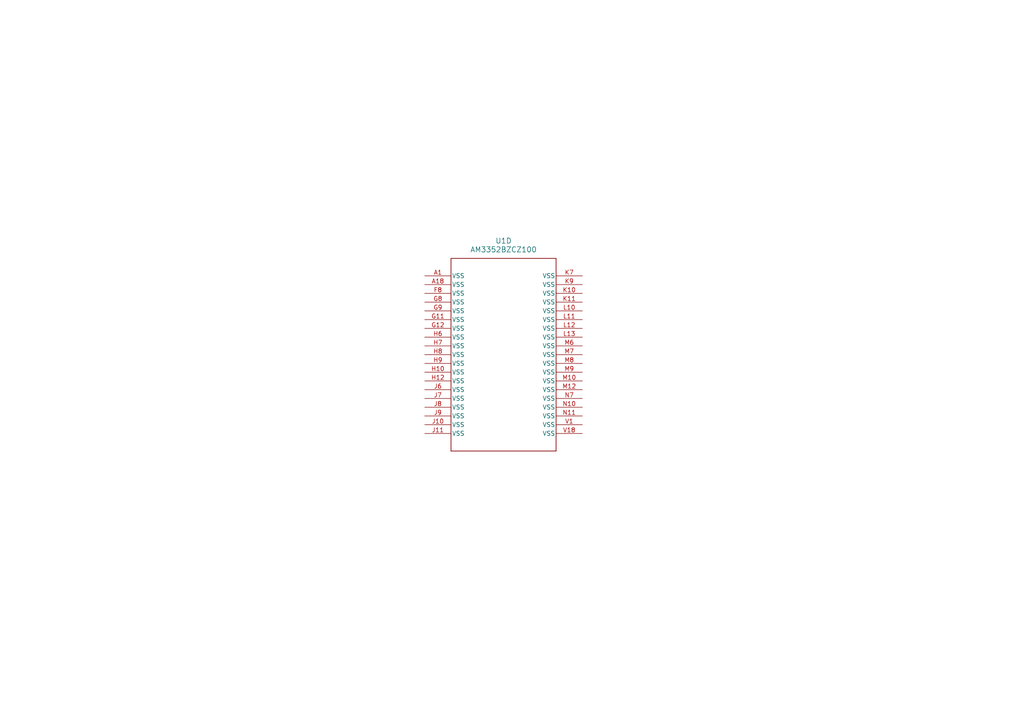
<source format=kicad_sch>
(kicad_sch
	(version 20250114)
	(generator "eeschema")
	(generator_version "9.0")
	(uuid "5a4cfa11-7ca8-42d3-ae77-c782ac2b9f28")
	(paper "A4")
	(lib_symbols
		(symbol "My_Library:AM3352BZCZ100"
			(pin_names
				(offset 0.254)
			)
			(exclude_from_sim no)
			(in_bom yes)
			(on_board yes)
			(property "Reference" "U"
				(at 0 2.54 0)
				(effects
					(font
						(size 1.524 1.524)
					)
				)
			)
			(property "Value" "AM3352BZCZ100"
				(at 0 0 0)
				(effects
					(font
						(size 1.524 1.524)
					)
				)
			)
			(property "Footprint" "My_Library:ZCZ0324A"
				(at 0 0 0)
				(effects
					(font
						(size 1.27 1.27)
						(italic yes)
					)
					(hide yes)
				)
			)
			(property "Datasheet" "https://www.ti.com/lit/gpn/am3352"
				(at 0 0 0)
				(effects
					(font
						(size 1.27 1.27)
						(italic yes)
					)
					(hide yes)
				)
			)
			(property "Description" ""
				(at 0 0 0)
				(effects
					(font
						(size 1.27 1.27)
					)
					(hide yes)
				)
			)
			(property "ki_locked" ""
				(at 0 0 0)
				(effects
					(font
						(size 1.27 1.27)
					)
				)
			)
			(property "ki_keywords" "AM3352BZCZ100"
				(at 0 0 0)
				(effects
					(font
						(size 1.27 1.27)
					)
					(hide yes)
				)
			)
			(property "ki_fp_filters" "ZCZ0324A"
				(at 0 0 0)
				(effects
					(font
						(size 1.27 1.27)
					)
					(hide yes)
				)
			)
			(symbol "AM3352BZCZ100_1_1"
				(polyline
					(pts
						(xy -30.48 91.44) (xy -30.48 -88.9)
					)
					(stroke
						(width 0.2032)
						(type default)
					)
					(fill
						(type none)
					)
				)
				(polyline
					(pts
						(xy -30.48 -88.9) (xy 30.48 -88.9)
					)
					(stroke
						(width 0.2032)
						(type default)
					)
					(fill
						(type none)
					)
				)
				(polyline
					(pts
						(xy 30.48 91.44) (xy -30.48 91.44)
					)
					(stroke
						(width 0.2032)
						(type default)
					)
					(fill
						(type none)
					)
				)
				(polyline
					(pts
						(xy 30.48 -88.9) (xy 30.48 91.44)
					)
					(stroke
						(width 0.2032)
						(type default)
					)
					(fill
						(type none)
					)
				)
				(pin input line
					(at -38.1 86.36 0)
					(length 7.62)
					(name "XTALIN"
						(effects
							(font
								(size 1.27 1.27)
							)
						)
					)
					(number "V10"
						(effects
							(font
								(size 1.27 1.27)
							)
						)
					)
				)
				(pin output line
					(at -38.1 81.28 0)
					(length 7.62)
					(name "XTALOUT"
						(effects
							(font
								(size 1.27 1.27)
							)
						)
					)
					(number "U11"
						(effects
							(font
								(size 1.27 1.27)
							)
						)
					)
				)
				(pin power_in line
					(at -38.1 78.74 0)
					(length 7.62)
					(name "VSS_OSC"
						(effects
							(font
								(size 1.27 1.27)
							)
						)
					)
					(number "V11"
						(effects
							(font
								(size 1.27 1.27)
							)
						)
					)
				)
				(pin input line
					(at -38.1 73.66 0)
					(length 7.62)
					(name "RTC_XTALIN"
						(effects
							(font
								(size 1.27 1.27)
							)
						)
					)
					(number "A6"
						(effects
							(font
								(size 1.27 1.27)
							)
						)
					)
				)
				(pin output line
					(at -38.1 68.58 0)
					(length 7.62)
					(name "RTC_XTALOUT"
						(effects
							(font
								(size 1.27 1.27)
							)
						)
					)
					(number "A4"
						(effects
							(font
								(size 1.27 1.27)
							)
						)
					)
				)
				(pin power_in line
					(at -38.1 66.04 0)
					(length 7.62)
					(name "VSS_RTC"
						(effects
							(font
								(size 1.27 1.27)
							)
						)
					)
					(number "A5"
						(effects
							(font
								(size 1.27 1.27)
							)
						)
					)
				)
				(pin output line
					(at -38.1 58.42 0)
					(length 7.62)
					(name "DDR_A0"
						(effects
							(font
								(size 1.27 1.27)
							)
						)
					)
					(number "F3"
						(effects
							(font
								(size 1.27 1.27)
							)
						)
					)
				)
				(pin output line
					(at -38.1 55.88 0)
					(length 7.62)
					(name "DDR_A1"
						(effects
							(font
								(size 1.27 1.27)
							)
						)
					)
					(number "H1"
						(effects
							(font
								(size 1.27 1.27)
							)
						)
					)
				)
				(pin output line
					(at -38.1 53.34 0)
					(length 7.62)
					(name "DDR_A2"
						(effects
							(font
								(size 1.27 1.27)
							)
						)
					)
					(number "E4"
						(effects
							(font
								(size 1.27 1.27)
							)
						)
					)
				)
				(pin output line
					(at -38.1 50.8 0)
					(length 7.62)
					(name "DDR_A3"
						(effects
							(font
								(size 1.27 1.27)
							)
						)
					)
					(number "C3"
						(effects
							(font
								(size 1.27 1.27)
							)
						)
					)
				)
				(pin output line
					(at -38.1 48.26 0)
					(length 7.62)
					(name "DDR_A4"
						(effects
							(font
								(size 1.27 1.27)
							)
						)
					)
					(number "C2"
						(effects
							(font
								(size 1.27 1.27)
							)
						)
					)
				)
				(pin output line
					(at -38.1 45.72 0)
					(length 7.62)
					(name "DDR_A5"
						(effects
							(font
								(size 1.27 1.27)
							)
						)
					)
					(number "B1"
						(effects
							(font
								(size 1.27 1.27)
							)
						)
					)
				)
				(pin output line
					(at -38.1 43.18 0)
					(length 7.62)
					(name "DDR_A6"
						(effects
							(font
								(size 1.27 1.27)
							)
						)
					)
					(number "D5"
						(effects
							(font
								(size 1.27 1.27)
							)
						)
					)
				)
				(pin output line
					(at -38.1 40.64 0)
					(length 7.62)
					(name "DDR_A7"
						(effects
							(font
								(size 1.27 1.27)
							)
						)
					)
					(number "E2"
						(effects
							(font
								(size 1.27 1.27)
							)
						)
					)
				)
				(pin output line
					(at -38.1 38.1 0)
					(length 7.62)
					(name "DDR_A8"
						(effects
							(font
								(size 1.27 1.27)
							)
						)
					)
					(number "D4"
						(effects
							(font
								(size 1.27 1.27)
							)
						)
					)
				)
				(pin output line
					(at -38.1 35.56 0)
					(length 7.62)
					(name "DDR_A9"
						(effects
							(font
								(size 1.27 1.27)
							)
						)
					)
					(number "C1"
						(effects
							(font
								(size 1.27 1.27)
							)
						)
					)
				)
				(pin output line
					(at -38.1 33.02 0)
					(length 7.62)
					(name "DDR_A10"
						(effects
							(font
								(size 1.27 1.27)
							)
						)
					)
					(number "F4"
						(effects
							(font
								(size 1.27 1.27)
							)
						)
					)
				)
				(pin output line
					(at -38.1 30.48 0)
					(length 7.62)
					(name "DDR_A11"
						(effects
							(font
								(size 1.27 1.27)
							)
						)
					)
					(number "F2"
						(effects
							(font
								(size 1.27 1.27)
							)
						)
					)
				)
				(pin output line
					(at -38.1 27.94 0)
					(length 7.62)
					(name "DDR_A12"
						(effects
							(font
								(size 1.27 1.27)
							)
						)
					)
					(number "E3"
						(effects
							(font
								(size 1.27 1.27)
							)
						)
					)
				)
				(pin output line
					(at -38.1 25.4 0)
					(length 7.62)
					(name "DDR_A13"
						(effects
							(font
								(size 1.27 1.27)
							)
						)
					)
					(number "H3"
						(effects
							(font
								(size 1.27 1.27)
							)
						)
					)
				)
				(pin output line
					(at -38.1 22.86 0)
					(length 7.62)
					(name "DDR_A14"
						(effects
							(font
								(size 1.27 1.27)
							)
						)
					)
					(number "H4"
						(effects
							(font
								(size 1.27 1.27)
							)
						)
					)
				)
				(pin output line
					(at -38.1 20.32 0)
					(length 7.62)
					(name "DDR_A15"
						(effects
							(font
								(size 1.27 1.27)
							)
						)
					)
					(number "D3"
						(effects
							(font
								(size 1.27 1.27)
							)
						)
					)
				)
				(pin output line
					(at -38.1 17.78 0)
					(length 7.62)
					(name "DDR_BA0"
						(effects
							(font
								(size 1.27 1.27)
							)
						)
					)
					(number "C4"
						(effects
							(font
								(size 1.27 1.27)
							)
						)
					)
				)
				(pin output line
					(at -38.1 15.24 0)
					(length 7.62)
					(name "DDR_BA1"
						(effects
							(font
								(size 1.27 1.27)
							)
						)
					)
					(number "E1"
						(effects
							(font
								(size 1.27 1.27)
							)
						)
					)
				)
				(pin output line
					(at -38.1 12.7 0)
					(length 7.62)
					(name "DDR_BA2"
						(effects
							(font
								(size 1.27 1.27)
							)
						)
					)
					(number "B3"
						(effects
							(font
								(size 1.27 1.27)
							)
						)
					)
				)
				(pin bidirectional line
					(at -38.1 7.62 0)
					(length 7.62)
					(name "DDR_D0"
						(effects
							(font
								(size 1.27 1.27)
							)
						)
					)
					(number "M3"
						(effects
							(font
								(size 1.27 1.27)
							)
						)
					)
				)
				(pin bidirectional line
					(at -38.1 5.08 0)
					(length 7.62)
					(name "DDR_D1"
						(effects
							(font
								(size 1.27 1.27)
							)
						)
					)
					(number "M4"
						(effects
							(font
								(size 1.27 1.27)
							)
						)
					)
				)
				(pin bidirectional line
					(at -38.1 2.54 0)
					(length 7.62)
					(name "DDR_D2"
						(effects
							(font
								(size 1.27 1.27)
							)
						)
					)
					(number "N1"
						(effects
							(font
								(size 1.27 1.27)
							)
						)
					)
				)
				(pin bidirectional line
					(at -38.1 0 0)
					(length 7.62)
					(name "DDR_D3"
						(effects
							(font
								(size 1.27 1.27)
							)
						)
					)
					(number "N2"
						(effects
							(font
								(size 1.27 1.27)
							)
						)
					)
				)
				(pin bidirectional line
					(at -38.1 -2.54 0)
					(length 7.62)
					(name "DDR_D4"
						(effects
							(font
								(size 1.27 1.27)
							)
						)
					)
					(number "N3"
						(effects
							(font
								(size 1.27 1.27)
							)
						)
					)
				)
				(pin bidirectional line
					(at -38.1 -5.08 0)
					(length 7.62)
					(name "DDR_D5"
						(effects
							(font
								(size 1.27 1.27)
							)
						)
					)
					(number "N4"
						(effects
							(font
								(size 1.27 1.27)
							)
						)
					)
				)
				(pin bidirectional line
					(at -38.1 -7.62 0)
					(length 7.62)
					(name "DDR_D6"
						(effects
							(font
								(size 1.27 1.27)
							)
						)
					)
					(number "P3"
						(effects
							(font
								(size 1.27 1.27)
							)
						)
					)
				)
				(pin bidirectional line
					(at -38.1 -10.16 0)
					(length 7.62)
					(name "DDR_D7"
						(effects
							(font
								(size 1.27 1.27)
							)
						)
					)
					(number "P4"
						(effects
							(font
								(size 1.27 1.27)
							)
						)
					)
				)
				(pin bidirectional line
					(at -38.1 -12.7 0)
					(length 7.62)
					(name "DDR_D8"
						(effects
							(font
								(size 1.27 1.27)
							)
						)
					)
					(number "J1"
						(effects
							(font
								(size 1.27 1.27)
							)
						)
					)
				)
				(pin bidirectional line
					(at -38.1 -15.24 0)
					(length 7.62)
					(name "DDR_D9"
						(effects
							(font
								(size 1.27 1.27)
							)
						)
					)
					(number "K1"
						(effects
							(font
								(size 1.27 1.27)
							)
						)
					)
				)
				(pin bidirectional line
					(at -38.1 -17.78 0)
					(length 7.62)
					(name "DDR_D10"
						(effects
							(font
								(size 1.27 1.27)
							)
						)
					)
					(number "K2"
						(effects
							(font
								(size 1.27 1.27)
							)
						)
					)
				)
				(pin bidirectional line
					(at -38.1 -20.32 0)
					(length 7.62)
					(name "DDR_D11"
						(effects
							(font
								(size 1.27 1.27)
							)
						)
					)
					(number "K3"
						(effects
							(font
								(size 1.27 1.27)
							)
						)
					)
				)
				(pin bidirectional line
					(at -38.1 -22.86 0)
					(length 7.62)
					(name "DDR_D12"
						(effects
							(font
								(size 1.27 1.27)
							)
						)
					)
					(number "K4"
						(effects
							(font
								(size 1.27 1.27)
							)
						)
					)
				)
				(pin bidirectional line
					(at -38.1 -25.4 0)
					(length 7.62)
					(name "DDR_D13"
						(effects
							(font
								(size 1.27 1.27)
							)
						)
					)
					(number "L3"
						(effects
							(font
								(size 1.27 1.27)
							)
						)
					)
				)
				(pin bidirectional line
					(at -38.1 -27.94 0)
					(length 7.62)
					(name "DDR_D14"
						(effects
							(font
								(size 1.27 1.27)
							)
						)
					)
					(number "L4"
						(effects
							(font
								(size 1.27 1.27)
							)
						)
					)
				)
				(pin bidirectional line
					(at -38.1 -30.48 0)
					(length 7.62)
					(name "DDR_D15"
						(effects
							(font
								(size 1.27 1.27)
							)
						)
					)
					(number "M1"
						(effects
							(font
								(size 1.27 1.27)
							)
						)
					)
				)
				(pin output line
					(at -38.1 -35.56 0)
					(length 7.62)
					(name "DDR_CK"
						(effects
							(font
								(size 1.27 1.27)
							)
						)
					)
					(number "D2"
						(effects
							(font
								(size 1.27 1.27)
							)
						)
					)
				)
				(pin output line
					(at -38.1 -38.1 0)
					(length 7.62)
					(name "DDR_CK_N"
						(effects
							(font
								(size 1.27 1.27)
							)
						)
					)
					(number "D1"
						(effects
							(font
								(size 1.27 1.27)
							)
						)
					)
				)
				(pin output line
					(at -38.1 -40.64 0)
					(length 7.62)
					(name "DDR_CKE"
						(effects
							(font
								(size 1.27 1.27)
							)
						)
					)
					(number "G3"
						(effects
							(font
								(size 1.27 1.27)
							)
						)
					)
				)
				(pin output line
					(at -38.1 -43.18 0)
					(length 7.62)
					(name "DDR_CS0_N"
						(effects
							(font
								(size 1.27 1.27)
							)
						)
					)
					(number "H2"
						(effects
							(font
								(size 1.27 1.27)
							)
						)
					)
				)
				(pin output line
					(at -38.1 -45.72 0)
					(length 7.62)
					(name "DDR_CAS_N"
						(effects
							(font
								(size 1.27 1.27)
							)
						)
					)
					(number "F1"
						(effects
							(font
								(size 1.27 1.27)
							)
						)
					)
				)
				(pin output line
					(at -38.1 -48.26 0)
					(length 7.62)
					(name "DDR_RAS_N"
						(effects
							(font
								(size 1.27 1.27)
							)
						)
					)
					(number "G4"
						(effects
							(font
								(size 1.27 1.27)
							)
						)
					)
				)
				(pin output line
					(at -38.1 -50.8 0)
					(length 7.62)
					(name "DDR_WE_N"
						(effects
							(font
								(size 1.27 1.27)
							)
						)
					)
					(number "B2"
						(effects
							(font
								(size 1.27 1.27)
							)
						)
					)
				)
				(pin output line
					(at -38.1 -55.88 0)
					(length 7.62)
					(name "DDR_DQM0"
						(effects
							(font
								(size 1.27 1.27)
							)
						)
					)
					(number "M2"
						(effects
							(font
								(size 1.27 1.27)
							)
						)
					)
				)
				(pin bidirectional line
					(at -38.1 -58.42 0)
					(length 7.62)
					(name "DDR_DQS0"
						(effects
							(font
								(size 1.27 1.27)
							)
						)
					)
					(number "P1"
						(effects
							(font
								(size 1.27 1.27)
							)
						)
					)
				)
				(pin bidirectional line
					(at -38.1 -60.96 0)
					(length 7.62)
					(name "DDR_DQS0_N"
						(effects
							(font
								(size 1.27 1.27)
							)
						)
					)
					(number "P2"
						(effects
							(font
								(size 1.27 1.27)
							)
						)
					)
				)
				(pin output line
					(at -38.1 -63.5 0)
					(length 7.62)
					(name "DDR_DQM1"
						(effects
							(font
								(size 1.27 1.27)
							)
						)
					)
					(number "J2"
						(effects
							(font
								(size 1.27 1.27)
							)
						)
					)
				)
				(pin bidirectional line
					(at -38.1 -66.04 0)
					(length 7.62)
					(name "DDR_DQS1"
						(effects
							(font
								(size 1.27 1.27)
							)
						)
					)
					(number "L1"
						(effects
							(font
								(size 1.27 1.27)
							)
						)
					)
				)
				(pin bidirectional line
					(at -38.1 -68.58 0)
					(length 7.62)
					(name "DDR_DQS1_N"
						(effects
							(font
								(size 1.27 1.27)
							)
						)
					)
					(number "L2"
						(effects
							(font
								(size 1.27 1.27)
							)
						)
					)
				)
				(pin output line
					(at -38.1 -73.66 0)
					(length 7.62)
					(name "DDR_ODT"
						(effects
							(font
								(size 1.27 1.27)
							)
						)
					)
					(number "G1"
						(effects
							(font
								(size 1.27 1.27)
							)
						)
					)
				)
				(pin output line
					(at -38.1 -76.2 0)
					(length 7.62)
					(name "DDR_RESET_N"
						(effects
							(font
								(size 1.27 1.27)
							)
						)
					)
					(number "G2"
						(effects
							(font
								(size 1.27 1.27)
							)
						)
					)
				)
				(pin power_in line
					(at -38.1 -78.74 0)
					(length 7.62)
					(name "DDR_VTP"
						(effects
							(font
								(size 1.27 1.27)
							)
						)
					)
					(number "J3"
						(effects
							(font
								(size 1.27 1.27)
							)
						)
					)
				)
				(pin power_in line
					(at -38.1 -83.82 0)
					(length 7.62)
					(name "DDR_VREF"
						(effects
							(font
								(size 1.27 1.27)
							)
						)
					)
					(number "J4"
						(effects
							(font
								(size 1.27 1.27)
							)
						)
					)
				)
				(pin input line
					(at 38.1 86.36 180)
					(length 7.62)
					(name "PWRONRST_N"
						(effects
							(font
								(size 1.27 1.27)
							)
						)
					)
					(number "B15"
						(effects
							(font
								(size 1.27 1.27)
							)
						)
					)
				)
				(pin bidirectional line
					(at 38.1 83.82 180)
					(length 7.62)
					(name "WARMRST_N"
						(effects
							(font
								(size 1.27 1.27)
							)
						)
					)
					(number "A10"
						(effects
							(font
								(size 1.27 1.27)
							)
						)
					)
				)
				(pin input line
					(at 38.1 81.28 180)
					(length 7.62)
					(name "RTC_PWRONRST_N"
						(effects
							(font
								(size 1.27 1.27)
							)
						)
					)
					(number "B5"
						(effects
							(font
								(size 1.27 1.27)
							)
						)
					)
				)
				(pin input line
					(at 38.1 76.2 180)
					(length 7.62)
					(name "EXTINT_N"
						(effects
							(font
								(size 1.27 1.27)
							)
						)
					)
					(number "B18"
						(effects
							(font
								(size 1.27 1.27)
							)
						)
					)
				)
				(pin input line
					(at 38.1 73.66 180)
					(length 7.62)
					(name "XDMA_EVENT_INTR0"
						(effects
							(font
								(size 1.27 1.27)
							)
						)
					)
					(number "A15"
						(effects
							(font
								(size 1.27 1.27)
							)
						)
					)
				)
				(pin input line
					(at 38.1 71.12 180)
					(length 7.62)
					(name "XDMA_EVENT_INTR1"
						(effects
							(font
								(size 1.27 1.27)
							)
						)
					)
					(number "D14"
						(effects
							(font
								(size 1.27 1.27)
							)
						)
					)
				)
				(pin input line
					(at 38.1 63.5 180)
					(length 7.62)
					(name "TRST_N"
						(effects
							(font
								(size 1.27 1.27)
							)
						)
					)
					(number "B10"
						(effects
							(font
								(size 1.27 1.27)
							)
						)
					)
				)
				(pin input line
					(at 38.1 60.96 180)
					(length 7.62)
					(name "TMS"
						(effects
							(font
								(size 1.27 1.27)
							)
						)
					)
					(number "C11"
						(effects
							(font
								(size 1.27 1.27)
							)
						)
					)
				)
				(pin input line
					(at 38.1 58.42 180)
					(length 7.62)
					(name "TDI"
						(effects
							(font
								(size 1.27 1.27)
							)
						)
					)
					(number "B11"
						(effects
							(font
								(size 1.27 1.27)
							)
						)
					)
				)
				(pin input line
					(at 38.1 55.88 180)
					(length 7.62)
					(name "TCK"
						(effects
							(font
								(size 1.27 1.27)
							)
						)
					)
					(number "A12"
						(effects
							(font
								(size 1.27 1.27)
							)
						)
					)
				)
				(pin output line
					(at 38.1 53.34 180)
					(length 7.62)
					(name "TDO"
						(effects
							(font
								(size 1.27 1.27)
							)
						)
					)
					(number "A11"
						(effects
							(font
								(size 1.27 1.27)
							)
						)
					)
				)
				(pin bidirectional line
					(at 38.1 50.8 180)
					(length 7.62)
					(name "EMU0"
						(effects
							(font
								(size 1.27 1.27)
							)
						)
					)
					(number "C14"
						(effects
							(font
								(size 1.27 1.27)
							)
						)
					)
				)
				(pin bidirectional line
					(at 38.1 48.26 180)
					(length 7.62)
					(name "EMU1"
						(effects
							(font
								(size 1.27 1.27)
							)
						)
					)
					(number "B14"
						(effects
							(font
								(size 1.27 1.27)
							)
						)
					)
				)
				(pin bidirectional line
					(at 38.1 43.18 180)
					(length 7.62)
					(name "GPMC_CLK"
						(effects
							(font
								(size 1.27 1.27)
							)
						)
					)
					(number "V12"
						(effects
							(font
								(size 1.27 1.27)
							)
						)
					)
				)
				(pin bidirectional line
					(at 38.1 40.64 180)
					(length 7.62)
					(name "GPMC_CS0_N"
						(effects
							(font
								(size 1.27 1.27)
							)
						)
					)
					(number "V6"
						(effects
							(font
								(size 1.27 1.27)
							)
						)
					)
				)
				(pin bidirectional line
					(at 38.1 38.1 180)
					(length 7.62)
					(name "GPMC_CS1_N"
						(effects
							(font
								(size 1.27 1.27)
							)
						)
					)
					(number "U9"
						(effects
							(font
								(size 1.27 1.27)
							)
						)
					)
				)
				(pin bidirectional line
					(at 38.1 35.56 180)
					(length 7.62)
					(name "GPMC_CS2_N"
						(effects
							(font
								(size 1.27 1.27)
							)
						)
					)
					(number "V9"
						(effects
							(font
								(size 1.27 1.27)
							)
						)
					)
				)
				(pin bidirectional line
					(at 38.1 33.02 180)
					(length 7.62)
					(name "GPMC_CS3_N"
						(effects
							(font
								(size 1.27 1.27)
							)
						)
					)
					(number "T13"
						(effects
							(font
								(size 1.27 1.27)
							)
						)
					)
				)
				(pin bidirectional line
					(at 38.1 30.48 180)
					(length 7.62)
					(name "GPMC_WE_N"
						(effects
							(font
								(size 1.27 1.27)
							)
						)
					)
					(number "U6"
						(effects
							(font
								(size 1.27 1.27)
							)
						)
					)
				)
				(pin bidirectional line
					(at 38.1 27.94 180)
					(length 7.62)
					(name "GPMC_OEN_RE_N"
						(effects
							(font
								(size 1.27 1.27)
							)
						)
					)
					(number "T7"
						(effects
							(font
								(size 1.27 1.27)
							)
						)
					)
				)
				(pin bidirectional line
					(at 38.1 25.4 180)
					(length 7.62)
					(name "GPMC_ADV_ALE_N"
						(effects
							(font
								(size 1.27 1.27)
							)
						)
					)
					(number "R7"
						(effects
							(font
								(size 1.27 1.27)
							)
						)
					)
				)
				(pin bidirectional line
					(at 38.1 22.86 180)
					(length 7.62)
					(name "GPMC_BE0_CLE_N"
						(effects
							(font
								(size 1.27 1.27)
							)
						)
					)
					(number "T6"
						(effects
							(font
								(size 1.27 1.27)
							)
						)
					)
				)
				(pin bidirectional line
					(at 38.1 20.32 180)
					(length 7.62)
					(name "GPMC_BE1_N"
						(effects
							(font
								(size 1.27 1.27)
							)
						)
					)
					(number "U18"
						(effects
							(font
								(size 1.27 1.27)
							)
						)
					)
				)
				(pin bidirectional line
					(at 38.1 17.78 180)
					(length 7.62)
					(name "GPMC_WAIT0"
						(effects
							(font
								(size 1.27 1.27)
							)
						)
					)
					(number "T17"
						(effects
							(font
								(size 1.27 1.27)
							)
						)
					)
				)
				(pin bidirectional line
					(at 38.1 15.24 180)
					(length 7.62)
					(name "GPMC_WP_N"
						(effects
							(font
								(size 1.27 1.27)
							)
						)
					)
					(number "U17"
						(effects
							(font
								(size 1.27 1.27)
							)
						)
					)
				)
				(pin bidirectional line
					(at 38.1 10.16 180)
					(length 7.62)
					(name "GPMC_AD0"
						(effects
							(font
								(size 1.27 1.27)
							)
						)
					)
					(number "U7"
						(effects
							(font
								(size 1.27 1.27)
							)
						)
					)
				)
				(pin bidirectional line
					(at 38.1 7.62 180)
					(length 7.62)
					(name "GPMC_AD1"
						(effects
							(font
								(size 1.27 1.27)
							)
						)
					)
					(number "V7"
						(effects
							(font
								(size 1.27 1.27)
							)
						)
					)
				)
				(pin bidirectional line
					(at 38.1 5.08 180)
					(length 7.62)
					(name "GPMC_AD2"
						(effects
							(font
								(size 1.27 1.27)
							)
						)
					)
					(number "R8"
						(effects
							(font
								(size 1.27 1.27)
							)
						)
					)
				)
				(pin bidirectional line
					(at 38.1 2.54 180)
					(length 7.62)
					(name "GPMC_AD3"
						(effects
							(font
								(size 1.27 1.27)
							)
						)
					)
					(number "T8"
						(effects
							(font
								(size 1.27 1.27)
							)
						)
					)
				)
				(pin bidirectional line
					(at 38.1 0 180)
					(length 7.62)
					(name "GPMC_AD4"
						(effects
							(font
								(size 1.27 1.27)
							)
						)
					)
					(number "U8"
						(effects
							(font
								(size 1.27 1.27)
							)
						)
					)
				)
				(pin bidirectional line
					(at 38.1 -2.54 180)
					(length 7.62)
					(name "GPMC_AD5"
						(effects
							(font
								(size 1.27 1.27)
							)
						)
					)
					(number "V8"
						(effects
							(font
								(size 1.27 1.27)
							)
						)
					)
				)
				(pin bidirectional line
					(at 38.1 -5.08 180)
					(length 7.62)
					(name "GPMC_AD6"
						(effects
							(font
								(size 1.27 1.27)
							)
						)
					)
					(number "R9"
						(effects
							(font
								(size 1.27 1.27)
							)
						)
					)
				)
				(pin bidirectional line
					(at 38.1 -7.62 180)
					(length 7.62)
					(name "GPMC_AD7"
						(effects
							(font
								(size 1.27 1.27)
							)
						)
					)
					(number "T9"
						(effects
							(font
								(size 1.27 1.27)
							)
						)
					)
				)
				(pin bidirectional line
					(at 38.1 -10.16 180)
					(length 7.62)
					(name "GPMC_AD8"
						(effects
							(font
								(size 1.27 1.27)
							)
						)
					)
					(number "U10"
						(effects
							(font
								(size 1.27 1.27)
							)
						)
					)
				)
				(pin bidirectional line
					(at 38.1 -12.7 180)
					(length 7.62)
					(name "GPMC_AD9"
						(effects
							(font
								(size 1.27 1.27)
							)
						)
					)
					(number "T10"
						(effects
							(font
								(size 1.27 1.27)
							)
						)
					)
				)
				(pin bidirectional line
					(at 38.1 -15.24 180)
					(length 7.62)
					(name "GPMC_AD10"
						(effects
							(font
								(size 1.27 1.27)
							)
						)
					)
					(number "T11"
						(effects
							(font
								(size 1.27 1.27)
							)
						)
					)
				)
				(pin bidirectional line
					(at 38.1 -17.78 180)
					(length 7.62)
					(name "GPMC_AD11"
						(effects
							(font
								(size 1.27 1.27)
							)
						)
					)
					(number "U12"
						(effects
							(font
								(size 1.27 1.27)
							)
						)
					)
				)
				(pin bidirectional line
					(at 38.1 -20.32 180)
					(length 7.62)
					(name "GPMC_AD12"
						(effects
							(font
								(size 1.27 1.27)
							)
						)
					)
					(number "T12"
						(effects
							(font
								(size 1.27 1.27)
							)
						)
					)
				)
				(pin bidirectional line
					(at 38.1 -22.86 180)
					(length 7.62)
					(name "GPMC_AD13"
						(effects
							(font
								(size 1.27 1.27)
							)
						)
					)
					(number "R12"
						(effects
							(font
								(size 1.27 1.27)
							)
						)
					)
				)
				(pin bidirectional line
					(at 38.1 -25.4 180)
					(length 7.62)
					(name "GPMC_AD14"
						(effects
							(font
								(size 1.27 1.27)
							)
						)
					)
					(number "V13"
						(effects
							(font
								(size 1.27 1.27)
							)
						)
					)
				)
				(pin bidirectional line
					(at 38.1 -27.94 180)
					(length 7.62)
					(name "GPMC_AD15"
						(effects
							(font
								(size 1.27 1.27)
							)
						)
					)
					(number "U13"
						(effects
							(font
								(size 1.27 1.27)
							)
						)
					)
				)
				(pin bidirectional line
					(at 38.1 -33.02 180)
					(length 7.62)
					(name "GPMC_A0"
						(effects
							(font
								(size 1.27 1.27)
							)
						)
					)
					(number "R13"
						(effects
							(font
								(size 1.27 1.27)
							)
						)
					)
				)
				(pin bidirectional line
					(at 38.1 -35.56 180)
					(length 7.62)
					(name "GPMC_A1"
						(effects
							(font
								(size 1.27 1.27)
							)
						)
					)
					(number "V14"
						(effects
							(font
								(size 1.27 1.27)
							)
						)
					)
				)
				(pin bidirectional line
					(at 38.1 -38.1 180)
					(length 7.62)
					(name "GPMC_A2"
						(effects
							(font
								(size 1.27 1.27)
							)
						)
					)
					(number "U14"
						(effects
							(font
								(size 1.27 1.27)
							)
						)
					)
				)
				(pin bidirectional line
					(at 38.1 -40.64 180)
					(length 7.62)
					(name "GPMC_A3"
						(effects
							(font
								(size 1.27 1.27)
							)
						)
					)
					(number "T14"
						(effects
							(font
								(size 1.27 1.27)
							)
						)
					)
				)
				(pin bidirectional line
					(at 38.1 -43.18 180)
					(length 7.62)
					(name "GPMC_A4"
						(effects
							(font
								(size 1.27 1.27)
							)
						)
					)
					(number "R14"
						(effects
							(font
								(size 1.27 1.27)
							)
						)
					)
				)
				(pin bidirectional line
					(at 38.1 -45.72 180)
					(length 7.62)
					(name "GPMC_A5"
						(effects
							(font
								(size 1.27 1.27)
							)
						)
					)
					(number "V15"
						(effects
							(font
								(size 1.27 1.27)
							)
						)
					)
				)
				(pin bidirectional line
					(at 38.1 -48.26 180)
					(length 7.62)
					(name "GPMC_A6"
						(effects
							(font
								(size 1.27 1.27)
							)
						)
					)
					(number "U15"
						(effects
							(font
								(size 1.27 1.27)
							)
						)
					)
				)
				(pin bidirectional line
					(at 38.1 -50.8 180)
					(length 7.62)
					(name "GPMC_A7"
						(effects
							(font
								(size 1.27 1.27)
							)
						)
					)
					(number "T15"
						(effects
							(font
								(size 1.27 1.27)
							)
						)
					)
				)
				(pin bidirectional line
					(at 38.1 -53.34 180)
					(length 7.62)
					(name "GPMC_A8"
						(effects
							(font
								(size 1.27 1.27)
							)
						)
					)
					(number "V16"
						(effects
							(font
								(size 1.27 1.27)
							)
						)
					)
				)
				(pin bidirectional line
					(at 38.1 -55.88 180)
					(length 7.62)
					(name "GPMC_A9"
						(effects
							(font
								(size 1.27 1.27)
							)
						)
					)
					(number "U16"
						(effects
							(font
								(size 1.27 1.27)
							)
						)
					)
				)
				(pin bidirectional line
					(at 38.1 -58.42 180)
					(length 7.62)
					(name "GPMC_A10"
						(effects
							(font
								(size 1.27 1.27)
							)
						)
					)
					(number "T16"
						(effects
							(font
								(size 1.27 1.27)
							)
						)
					)
				)
				(pin bidirectional line
					(at 38.1 -60.96 180)
					(length 7.62)
					(name "GPMC_A11"
						(effects
							(font
								(size 1.27 1.27)
							)
						)
					)
					(number "V17"
						(effects
							(font
								(size 1.27 1.27)
							)
						)
					)
				)
				(pin bidirectional line
					(at 38.1 -68.58 180)
					(length 7.62)
					(name "MMC0_CMD"
						(effects
							(font
								(size 1.27 1.27)
							)
						)
					)
					(number "G18"
						(effects
							(font
								(size 1.27 1.27)
							)
						)
					)
				)
				(pin bidirectional line
					(at 38.1 -71.12 180)
					(length 7.62)
					(name "MMC0_CLK"
						(effects
							(font
								(size 1.27 1.27)
							)
						)
					)
					(number "G17"
						(effects
							(font
								(size 1.27 1.27)
							)
						)
					)
				)
				(pin bidirectional line
					(at 38.1 -73.66 180)
					(length 7.62)
					(name "MMC0_DAT0"
						(effects
							(font
								(size 1.27 1.27)
							)
						)
					)
					(number "G16"
						(effects
							(font
								(size 1.27 1.27)
							)
						)
					)
				)
				(pin bidirectional line
					(at 38.1 -76.2 180)
					(length 7.62)
					(name "MMC0_DAT1"
						(effects
							(font
								(size 1.27 1.27)
							)
						)
					)
					(number "G15"
						(effects
							(font
								(size 1.27 1.27)
							)
						)
					)
				)
				(pin bidirectional line
					(at 38.1 -78.74 180)
					(length 7.62)
					(name "MMC0_DAT2"
						(effects
							(font
								(size 1.27 1.27)
							)
						)
					)
					(number "F18"
						(effects
							(font
								(size 1.27 1.27)
							)
						)
					)
				)
				(pin bidirectional line
					(at 38.1 -81.28 180)
					(length 7.62)
					(name "MMC0_DAT3"
						(effects
							(font
								(size 1.27 1.27)
							)
						)
					)
					(number "F17"
						(effects
							(font
								(size 1.27 1.27)
							)
						)
					)
				)
			)
			(symbol "AM3352BZCZ100_2_1"
				(polyline
					(pts
						(xy -25.4 71.12) (xy -25.4 -71.12)
					)
					(stroke
						(width 0.2032)
						(type default)
					)
					(fill
						(type none)
					)
				)
				(polyline
					(pts
						(xy -25.4 -71.12) (xy 25.4 -71.12)
					)
					(stroke
						(width 0.2032)
						(type default)
					)
					(fill
						(type none)
					)
				)
				(polyline
					(pts
						(xy 25.4 71.12) (xy -25.4 71.12)
					)
					(stroke
						(width 0.2032)
						(type default)
					)
					(fill
						(type none)
					)
				)
				(polyline
					(pts
						(xy 25.4 -71.12) (xy 25.4 71.12)
					)
					(stroke
						(width 0.2032)
						(type default)
					)
					(fill
						(type none)
					)
				)
				(pin output line
					(at -33.02 66.04 0)
					(length 7.62)
					(name "PMIC_POWER_EN"
						(effects
							(font
								(size 1.27 1.27)
							)
						)
					)
					(number "C6"
						(effects
							(font
								(size 1.27 1.27)
							)
						)
					)
				)
				(pin input line
					(at -33.02 63.5 0)
					(length 7.62)
					(name "EXT_WAKEUP"
						(effects
							(font
								(size 1.27 1.27)
							)
						)
					)
					(number "C5"
						(effects
							(font
								(size 1.27 1.27)
							)
						)
					)
				)
				(pin bidirectional line
					(at -33.02 55.88 0)
					(length 7.62)
					(name "AIN0"
						(effects
							(font
								(size 1.27 1.27)
							)
						)
					)
					(number "B6"
						(effects
							(font
								(size 1.27 1.27)
							)
						)
					)
				)
				(pin bidirectional line
					(at -33.02 53.34 0)
					(length 7.62)
					(name "AIN1"
						(effects
							(font
								(size 1.27 1.27)
							)
						)
					)
					(number "C7"
						(effects
							(font
								(size 1.27 1.27)
							)
						)
					)
				)
				(pin bidirectional line
					(at -33.02 50.8 0)
					(length 7.62)
					(name "AIN2"
						(effects
							(font
								(size 1.27 1.27)
							)
						)
					)
					(number "B7"
						(effects
							(font
								(size 1.27 1.27)
							)
						)
					)
				)
				(pin bidirectional line
					(at -33.02 48.26 0)
					(length 7.62)
					(name "AIN3"
						(effects
							(font
								(size 1.27 1.27)
							)
						)
					)
					(number "A7"
						(effects
							(font
								(size 1.27 1.27)
							)
						)
					)
				)
				(pin bidirectional line
					(at -33.02 45.72 0)
					(length 7.62)
					(name "AIN4"
						(effects
							(font
								(size 1.27 1.27)
							)
						)
					)
					(number "C8"
						(effects
							(font
								(size 1.27 1.27)
							)
						)
					)
				)
				(pin input line
					(at -33.02 43.18 0)
					(length 7.62)
					(name "AIN5"
						(effects
							(font
								(size 1.27 1.27)
							)
						)
					)
					(number "B8"
						(effects
							(font
								(size 1.27 1.27)
							)
						)
					)
				)
				(pin input line
					(at -33.02 40.64 0)
					(length 7.62)
					(name "AIN6"
						(effects
							(font
								(size 1.27 1.27)
							)
						)
					)
					(number "A8"
						(effects
							(font
								(size 1.27 1.27)
							)
						)
					)
				)
				(pin input line
					(at -33.02 38.1 0)
					(length 7.62)
					(name "AIN7"
						(effects
							(font
								(size 1.27 1.27)
							)
						)
					)
					(number "C9"
						(effects
							(font
								(size 1.27 1.27)
							)
						)
					)
				)
				(pin power_in line
					(at -33.02 33.02 0)
					(length 7.62)
					(name "VREFP"
						(effects
							(font
								(size 1.27 1.27)
							)
						)
					)
					(number "B9"
						(effects
							(font
								(size 1.27 1.27)
							)
						)
					)
				)
				(pin power_in line
					(at -33.02 30.48 0)
					(length 7.62)
					(name "VREFN"
						(effects
							(font
								(size 1.27 1.27)
							)
						)
					)
					(number "A9"
						(effects
							(font
								(size 1.27 1.27)
							)
						)
					)
				)
				(pin bidirectional line
					(at -33.02 25.4 0)
					(length 7.62)
					(name "SPI0_SCLK"
						(effects
							(font
								(size 1.27 1.27)
							)
						)
					)
					(number "A17"
						(effects
							(font
								(size 1.27 1.27)
							)
						)
					)
				)
				(pin bidirectional line
					(at -33.02 22.86 0)
					(length 7.62)
					(name "SPI0_D0"
						(effects
							(font
								(size 1.27 1.27)
							)
						)
					)
					(number "B17"
						(effects
							(font
								(size 1.27 1.27)
							)
						)
					)
				)
				(pin bidirectional line
					(at -33.02 20.32 0)
					(length 7.62)
					(name "SPI0_D1"
						(effects
							(font
								(size 1.27 1.27)
							)
						)
					)
					(number "B16"
						(effects
							(font
								(size 1.27 1.27)
							)
						)
					)
				)
				(pin bidirectional line
					(at -33.02 17.78 0)
					(length 7.62)
					(name "SPI0_CS0"
						(effects
							(font
								(size 1.27 1.27)
							)
						)
					)
					(number "A16"
						(effects
							(font
								(size 1.27 1.27)
							)
						)
					)
				)
				(pin bidirectional line
					(at -33.02 15.24 0)
					(length 7.62)
					(name "SPI0_CS1"
						(effects
							(font
								(size 1.27 1.27)
							)
						)
					)
					(number "C15"
						(effects
							(font
								(size 1.27 1.27)
							)
						)
					)
				)
				(pin bidirectional line
					(at -33.02 10.16 0)
					(length 7.62)
					(name "UART0_TXD"
						(effects
							(font
								(size 1.27 1.27)
							)
						)
					)
					(number "E16"
						(effects
							(font
								(size 1.27 1.27)
							)
						)
					)
				)
				(pin bidirectional line
					(at -33.02 7.62 0)
					(length 7.62)
					(name "UART0_RXD"
						(effects
							(font
								(size 1.27 1.27)
							)
						)
					)
					(number "E15"
						(effects
							(font
								(size 1.27 1.27)
							)
						)
					)
				)
				(pin bidirectional line
					(at -33.02 5.08 0)
					(length 7.62)
					(name "UART0_CTS_N"
						(effects
							(font
								(size 1.27 1.27)
							)
						)
					)
					(number "E18"
						(effects
							(font
								(size 1.27 1.27)
							)
						)
					)
				)
				(pin bidirectional line
					(at -33.02 2.54 0)
					(length 7.62)
					(name "UART0_RTS_N"
						(effects
							(font
								(size 1.27 1.27)
							)
						)
					)
					(number "E17"
						(effects
							(font
								(size 1.27 1.27)
							)
						)
					)
				)
				(pin bidirectional line
					(at -33.02 -7.62 0)
					(length 7.62)
					(name "UART1_TXD"
						(effects
							(font
								(size 1.27 1.27)
							)
						)
					)
					(number "D15"
						(effects
							(font
								(size 1.27 1.27)
							)
						)
					)
				)
				(pin bidirectional line
					(at -33.02 -10.16 0)
					(length 7.62)
					(name "UART1_RXD"
						(effects
							(font
								(size 1.27 1.27)
							)
						)
					)
					(number "D16"
						(effects
							(font
								(size 1.27 1.27)
							)
						)
					)
				)
				(pin bidirectional line
					(at -33.02 -12.7 0)
					(length 7.62)
					(name "UART1_CTS_N"
						(effects
							(font
								(size 1.27 1.27)
							)
						)
					)
					(number "D18"
						(effects
							(font
								(size 1.27 1.27)
							)
						)
					)
				)
				(pin bidirectional line
					(at -33.02 -15.24 0)
					(length 7.62)
					(name "UART1_RTS_N"
						(effects
							(font
								(size 1.27 1.27)
							)
						)
					)
					(number "D17"
						(effects
							(font
								(size 1.27 1.27)
							)
						)
					)
				)
				(pin bidirectional line
					(at -33.02 -20.32 0)
					(length 7.62)
					(name "I2C0_SCL"
						(effects
							(font
								(size 1.27 1.27)
							)
						)
					)
					(number "C16"
						(effects
							(font
								(size 1.27 1.27)
							)
						)
					)
				)
				(pin bidirectional line
					(at -33.02 -22.86 0)
					(length 7.62)
					(name "I2C0_SDA"
						(effects
							(font
								(size 1.27 1.27)
							)
						)
					)
					(number "C17"
						(effects
							(font
								(size 1.27 1.27)
							)
						)
					)
				)
				(pin output line
					(at -33.02 -27.94 0)
					(length 7.62)
					(name "USB0_DP"
						(effects
							(font
								(size 1.27 1.27)
							)
						)
					)
					(number "N17"
						(effects
							(font
								(size 1.27 1.27)
							)
						)
					)
				)
				(pin output line
					(at -33.02 -30.48 0)
					(length 7.62)
					(name "USB0_DM"
						(effects
							(font
								(size 1.27 1.27)
							)
						)
					)
					(number "N18"
						(effects
							(font
								(size 1.27 1.27)
							)
						)
					)
				)
				(pin output line
					(at -33.02 -33.02 0)
					(length 7.62)
					(name "USB0_CE"
						(effects
							(font
								(size 1.27 1.27)
							)
						)
					)
					(number "M15"
						(effects
							(font
								(size 1.27 1.27)
							)
						)
					)
				)
				(pin input line
					(at -33.02 -35.56 0)
					(length 7.62)
					(name "USB0_ID"
						(effects
							(font
								(size 1.27 1.27)
							)
						)
					)
					(number "P16"
						(effects
							(font
								(size 1.27 1.27)
							)
						)
					)
				)
				(pin bidirectional line
					(at -33.02 -38.1 0)
					(length 7.62)
					(name "USB0_DRVVBUS"
						(effects
							(font
								(size 1.27 1.27)
							)
						)
					)
					(number "F16"
						(effects
							(font
								(size 1.27 1.27)
							)
						)
					)
				)
				(pin power_in line
					(at -33.02 -40.64 0)
					(length 7.62)
					(name "USB0_VBUS"
						(effects
							(font
								(size 1.27 1.27)
							)
						)
					)
					(number "P15"
						(effects
							(font
								(size 1.27 1.27)
							)
						)
					)
				)
				(pin output line
					(at -33.02 -45.72 0)
					(length 7.62)
					(name "USB1_DP"
						(effects
							(font
								(size 1.27 1.27)
							)
						)
					)
					(number "R17"
						(effects
							(font
								(size 1.27 1.27)
							)
						)
					)
				)
				(pin output line
					(at -33.02 -48.26 0)
					(length 7.62)
					(name "USB1_DM"
						(effects
							(font
								(size 1.27 1.27)
							)
						)
					)
					(number "R18"
						(effects
							(font
								(size 1.27 1.27)
							)
						)
					)
				)
				(pin output line
					(at -33.02 -50.8 0)
					(length 7.62)
					(name "USB1_CE"
						(effects
							(font
								(size 1.27 1.27)
							)
						)
					)
					(number "P18"
						(effects
							(font
								(size 1.27 1.27)
							)
						)
					)
				)
				(pin input line
					(at -33.02 -53.34 0)
					(length 7.62)
					(name "USB1_ID"
						(effects
							(font
								(size 1.27 1.27)
							)
						)
					)
					(number "P17"
						(effects
							(font
								(size 1.27 1.27)
							)
						)
					)
				)
				(pin bidirectional line
					(at -33.02 -55.88 0)
					(length 7.62)
					(name "USB1_DRVVBUS"
						(effects
							(font
								(size 1.27 1.27)
							)
						)
					)
					(number "F15"
						(effects
							(font
								(size 1.27 1.27)
							)
						)
					)
				)
				(pin power_in line
					(at -33.02 -58.42 0)
					(length 7.62)
					(name "USB1_VBUS"
						(effects
							(font
								(size 1.27 1.27)
							)
						)
					)
					(number "T18"
						(effects
							(font
								(size 1.27 1.27)
							)
						)
					)
				)
				(pin bidirectional line
					(at -33.02 -66.04 0)
					(length 7.62)
					(name "ECAP0_IN_PWM0_OUT"
						(effects
							(font
								(size 1.27 1.27)
							)
						)
					)
					(number "C18"
						(effects
							(font
								(size 1.27 1.27)
							)
						)
					)
				)
				(pin bidirectional line
					(at 33.02 66.04 180)
					(length 7.62)
					(name "MII1_TX_CLK"
						(effects
							(font
								(size 1.27 1.27)
							)
						)
					)
					(number "K18"
						(effects
							(font
								(size 1.27 1.27)
							)
						)
					)
				)
				(pin bidirectional line
					(at 33.02 63.5 180)
					(length 7.62)
					(name "MII1_TXD0"
						(effects
							(font
								(size 1.27 1.27)
							)
						)
					)
					(number "K17"
						(effects
							(font
								(size 1.27 1.27)
							)
						)
					)
				)
				(pin bidirectional line
					(at 33.02 60.96 180)
					(length 7.62)
					(name "MII1_TXD1"
						(effects
							(font
								(size 1.27 1.27)
							)
						)
					)
					(number "K16"
						(effects
							(font
								(size 1.27 1.27)
							)
						)
					)
				)
				(pin bidirectional line
					(at 33.02 58.42 180)
					(length 7.62)
					(name "MII1_TXD2"
						(effects
							(font
								(size 1.27 1.27)
							)
						)
					)
					(number "K15"
						(effects
							(font
								(size 1.27 1.27)
							)
						)
					)
				)
				(pin bidirectional line
					(at 33.02 55.88 180)
					(length 7.62)
					(name "MII1_TXD3"
						(effects
							(font
								(size 1.27 1.27)
							)
						)
					)
					(number "J18"
						(effects
							(font
								(size 1.27 1.27)
							)
						)
					)
				)
				(pin bidirectional line
					(at 33.02 53.34 180)
					(length 7.62)
					(name "MII1_TX_EN"
						(effects
							(font
								(size 1.27 1.27)
							)
						)
					)
					(number "J16"
						(effects
							(font
								(size 1.27 1.27)
							)
						)
					)
				)
				(pin bidirectional line
					(at 33.02 50.8 180)
					(length 7.62)
					(name "MII1_CRS"
						(effects
							(font
								(size 1.27 1.27)
							)
						)
					)
					(number "H17"
						(effects
							(font
								(size 1.27 1.27)
							)
						)
					)
				)
				(pin bidirectional line
					(at 33.02 48.26 180)
					(length 7.62)
					(name "MII1_COL"
						(effects
							(font
								(size 1.27 1.27)
							)
						)
					)
					(number "H16"
						(effects
							(font
								(size 1.27 1.27)
							)
						)
					)
				)
				(pin bidirectional line
					(at 33.02 43.18 180)
					(length 7.62)
					(name "MII1_RX_CLK"
						(effects
							(font
								(size 1.27 1.27)
							)
						)
					)
					(number "L18"
						(effects
							(font
								(size 1.27 1.27)
							)
						)
					)
				)
				(pin bidirectional line
					(at 33.02 40.64 180)
					(length 7.62)
					(name "MII1_RXD0"
						(effects
							(font
								(size 1.27 1.27)
							)
						)
					)
					(number "M16"
						(effects
							(font
								(size 1.27 1.27)
							)
						)
					)
				)
				(pin bidirectional line
					(at 33.02 38.1 180)
					(length 7.62)
					(name "MII1_RXD1"
						(effects
							(font
								(size 1.27 1.27)
							)
						)
					)
					(number "L15"
						(effects
							(font
								(size 1.27 1.27)
							)
						)
					)
				)
				(pin bidirectional line
					(at 33.02 35.56 180)
					(length 7.62)
					(name "MII1_RXD2"
						(effects
							(font
								(size 1.27 1.27)
							)
						)
					)
					(number "L16"
						(effects
							(font
								(size 1.27 1.27)
							)
						)
					)
				)
				(pin bidirectional line
					(at 33.02 33.02 180)
					(length 7.62)
					(name "MII1_RXD3"
						(effects
							(font
								(size 1.27 1.27)
							)
						)
					)
					(number "L17"
						(effects
							(font
								(size 1.27 1.27)
							)
						)
					)
				)
				(pin bidirectional line
					(at 33.02 30.48 180)
					(length 7.62)
					(name "MII1_RX_ER"
						(effects
							(font
								(size 1.27 1.27)
							)
						)
					)
					(number "J15"
						(effects
							(font
								(size 1.27 1.27)
							)
						)
					)
				)
				(pin bidirectional line
					(at 33.02 27.94 180)
					(length 7.62)
					(name "MII1_RX_DV"
						(effects
							(font
								(size 1.27 1.27)
							)
						)
					)
					(number "J17"
						(effects
							(font
								(size 1.27 1.27)
							)
						)
					)
				)
				(pin bidirectional line
					(at 33.02 22.86 180)
					(length 7.62)
					(name "RMII1_REF_CLK"
						(effects
							(font
								(size 1.27 1.27)
							)
						)
					)
					(number "H18"
						(effects
							(font
								(size 1.27 1.27)
							)
						)
					)
				)
				(pin bidirectional line
					(at 33.02 20.32 180)
					(length 7.62)
					(name "MDC"
						(effects
							(font
								(size 1.27 1.27)
							)
						)
					)
					(number "M18"
						(effects
							(font
								(size 1.27 1.27)
							)
						)
					)
				)
				(pin bidirectional line
					(at 33.02 17.78 180)
					(length 7.62)
					(name "MDIO"
						(effects
							(font
								(size 1.27 1.27)
							)
						)
					)
					(number "M17"
						(effects
							(font
								(size 1.27 1.27)
							)
						)
					)
				)
				(pin bidirectional line
					(at 33.02 12.7 180)
					(length 7.62)
					(name "LCD_DATA0"
						(effects
							(font
								(size 1.27 1.27)
							)
						)
					)
					(number "R1"
						(effects
							(font
								(size 1.27 1.27)
							)
						)
					)
				)
				(pin bidirectional line
					(at 33.02 10.16 180)
					(length 7.62)
					(name "LCD_DATA1"
						(effects
							(font
								(size 1.27 1.27)
							)
						)
					)
					(number "R2"
						(effects
							(font
								(size 1.27 1.27)
							)
						)
					)
				)
				(pin bidirectional line
					(at 33.02 7.62 180)
					(length 7.62)
					(name "LCD_DATA2"
						(effects
							(font
								(size 1.27 1.27)
							)
						)
					)
					(number "R3"
						(effects
							(font
								(size 1.27 1.27)
							)
						)
					)
				)
				(pin bidirectional line
					(at 33.02 5.08 180)
					(length 7.62)
					(name "LCD_DATA3"
						(effects
							(font
								(size 1.27 1.27)
							)
						)
					)
					(number "R4"
						(effects
							(font
								(size 1.27 1.27)
							)
						)
					)
				)
				(pin bidirectional line
					(at 33.02 2.54 180)
					(length 7.62)
					(name "LCD_DATA4"
						(effects
							(font
								(size 1.27 1.27)
							)
						)
					)
					(number "T1"
						(effects
							(font
								(size 1.27 1.27)
							)
						)
					)
				)
				(pin bidirectional line
					(at 33.02 0 180)
					(length 7.62)
					(name "LCD_DATA5"
						(effects
							(font
								(size 1.27 1.27)
							)
						)
					)
					(number "T2"
						(effects
							(font
								(size 1.27 1.27)
							)
						)
					)
				)
				(pin bidirectional line
					(at 33.02 -2.54 180)
					(length 7.62)
					(name "LCD_DATA6"
						(effects
							(font
								(size 1.27 1.27)
							)
						)
					)
					(number "T3"
						(effects
							(font
								(size 1.27 1.27)
							)
						)
					)
				)
				(pin bidirectional line
					(at 33.02 -5.08 180)
					(length 7.62)
					(name "LCD_DATA7"
						(effects
							(font
								(size 1.27 1.27)
							)
						)
					)
					(number "T4"
						(effects
							(font
								(size 1.27 1.27)
							)
						)
					)
				)
				(pin bidirectional line
					(at 33.02 -7.62 180)
					(length 7.62)
					(name "LCD_DATA8"
						(effects
							(font
								(size 1.27 1.27)
							)
						)
					)
					(number "U1"
						(effects
							(font
								(size 1.27 1.27)
							)
						)
					)
				)
				(pin bidirectional line
					(at 33.02 -10.16 180)
					(length 7.62)
					(name "LCD_DATA9"
						(effects
							(font
								(size 1.27 1.27)
							)
						)
					)
					(number "U2"
						(effects
							(font
								(size 1.27 1.27)
							)
						)
					)
				)
				(pin bidirectional line
					(at 33.02 -12.7 180)
					(length 7.62)
					(name "LCD_DATA10"
						(effects
							(font
								(size 1.27 1.27)
							)
						)
					)
					(number "U3"
						(effects
							(font
								(size 1.27 1.27)
							)
						)
					)
				)
				(pin bidirectional line
					(at 33.02 -15.24 180)
					(length 7.62)
					(name "LCD_DATA11"
						(effects
							(font
								(size 1.27 1.27)
							)
						)
					)
					(number "U4"
						(effects
							(font
								(size 1.27 1.27)
							)
						)
					)
				)
				(pin bidirectional line
					(at 33.02 -17.78 180)
					(length 7.62)
					(name "LCD_DATA12"
						(effects
							(font
								(size 1.27 1.27)
							)
						)
					)
					(number "V2"
						(effects
							(font
								(size 1.27 1.27)
							)
						)
					)
				)
				(pin bidirectional line
					(at 33.02 -20.32 180)
					(length 7.62)
					(name "LCD_DATA13"
						(effects
							(font
								(size 1.27 1.27)
							)
						)
					)
					(number "V3"
						(effects
							(font
								(size 1.27 1.27)
							)
						)
					)
				)
				(pin bidirectional line
					(at 33.02 -22.86 180)
					(length 7.62)
					(name "LCD_DATA14"
						(effects
							(font
								(size 1.27 1.27)
							)
						)
					)
					(number "V4"
						(effects
							(font
								(size 1.27 1.27)
							)
						)
					)
				)
				(pin bidirectional line
					(at 33.02 -25.4 180)
					(length 7.62)
					(name "LCD_DATA15"
						(effects
							(font
								(size 1.27 1.27)
							)
						)
					)
					(number "T5"
						(effects
							(font
								(size 1.27 1.27)
							)
						)
					)
				)
				(pin bidirectional line
					(at 33.02 -30.48 180)
					(length 7.62)
					(name "LCD_PCLK"
						(effects
							(font
								(size 1.27 1.27)
							)
						)
					)
					(number "V5"
						(effects
							(font
								(size 1.27 1.27)
							)
						)
					)
				)
				(pin bidirectional line
					(at 33.02 -33.02 180)
					(length 7.62)
					(name "LCD_VSYNC"
						(effects
							(font
								(size 1.27 1.27)
							)
						)
					)
					(number "U5"
						(effects
							(font
								(size 1.27 1.27)
							)
						)
					)
				)
				(pin bidirectional line
					(at 33.02 -35.56 180)
					(length 7.62)
					(name "LCD_HSYNC"
						(effects
							(font
								(size 1.27 1.27)
							)
						)
					)
					(number "R5"
						(effects
							(font
								(size 1.27 1.27)
							)
						)
					)
				)
				(pin bidirectional line
					(at 33.02 -38.1 180)
					(length 7.62)
					(name "LCD_AC_BIAS_EN"
						(effects
							(font
								(size 1.27 1.27)
							)
						)
					)
					(number "R6"
						(effects
							(font
								(size 1.27 1.27)
							)
						)
					)
				)
				(pin bidirectional line
					(at 33.02 -43.18 180)
					(length 7.62)
					(name "MCASP0_AHCLKX"
						(effects
							(font
								(size 1.27 1.27)
							)
						)
					)
					(number "A14"
						(effects
							(font
								(size 1.27 1.27)
							)
						)
					)
				)
				(pin bidirectional line
					(at 33.02 -45.72 180)
					(length 7.62)
					(name "MCASP0_ACLKX"
						(effects
							(font
								(size 1.27 1.27)
							)
						)
					)
					(number "A13"
						(effects
							(font
								(size 1.27 1.27)
							)
						)
					)
				)
				(pin bidirectional line
					(at 33.02 -48.26 180)
					(length 7.62)
					(name "MCASP0_FSX"
						(effects
							(font
								(size 1.27 1.27)
							)
						)
					)
					(number "B13"
						(effects
							(font
								(size 1.27 1.27)
							)
						)
					)
				)
				(pin bidirectional line
					(at 33.02 -50.8 180)
					(length 7.62)
					(name "MCASP0_AXR0"
						(effects
							(font
								(size 1.27 1.27)
							)
						)
					)
					(number "D12"
						(effects
							(font
								(size 1.27 1.27)
							)
						)
					)
				)
				(pin bidirectional line
					(at 33.02 -53.34 180)
					(length 7.62)
					(name "MCASP0_AHCLKR"
						(effects
							(font
								(size 1.27 1.27)
							)
						)
					)
					(number "C12"
						(effects
							(font
								(size 1.27 1.27)
							)
						)
					)
				)
				(pin bidirectional line
					(at 33.02 -55.88 180)
					(length 7.62)
					(name "MCASP0_ACLKR"
						(effects
							(font
								(size 1.27 1.27)
							)
						)
					)
					(number "B12"
						(effects
							(font
								(size 1.27 1.27)
							)
						)
					)
				)
				(pin bidirectional line
					(at 33.02 -58.42 180)
					(length 7.62)
					(name "MCASP0_FSR"
						(effects
							(font
								(size 1.27 1.27)
							)
						)
					)
					(number "C13"
						(effects
							(font
								(size 1.27 1.27)
							)
						)
					)
				)
				(pin bidirectional line
					(at 33.02 -60.96 180)
					(length 7.62)
					(name "MCASP0_AXR1"
						(effects
							(font
								(size 1.27 1.27)
							)
						)
					)
					(number "D13"
						(effects
							(font
								(size 1.27 1.27)
							)
						)
					)
				)
			)
			(symbol "AM3352BZCZ100_3_1"
				(polyline
					(pts
						(xy -35.56 78.74) (xy -35.56 -78.74)
					)
					(stroke
						(width 0.2032)
						(type default)
					)
					(fill
						(type none)
					)
				)
				(polyline
					(pts
						(xy -35.56 -78.74) (xy 35.56 -78.74)
					)
					(stroke
						(width 0.2032)
						(type default)
					)
					(fill
						(type none)
					)
				)
				(polyline
					(pts
						(xy 35.56 78.74) (xy -35.56 78.74)
					)
					(stroke
						(width 0.2032)
						(type default)
					)
					(fill
						(type none)
					)
				)
				(polyline
					(pts
						(xy 35.56 -78.74) (xy 35.56 78.74)
					)
					(stroke
						(width 0.2032)
						(type default)
					)
					(fill
						(type none)
					)
				)
				(pin power_in line
					(at -43.18 73.66 0)
					(length 7.62)
					(name "VDD_CORE"
						(effects
							(font
								(size 1.27 1.27)
							)
						)
					)
					(number "F6"
						(effects
							(font
								(size 1.27 1.27)
							)
						)
					)
				)
				(pin power_in line
					(at -43.18 71.12 0)
					(length 7.62)
					(name "VDD_CORE"
						(effects
							(font
								(size 1.27 1.27)
							)
						)
					)
					(number "F7"
						(effects
							(font
								(size 1.27 1.27)
							)
						)
					)
				)
				(pin power_in line
					(at -43.18 68.58 0)
					(length 7.62)
					(name "VDD_CORE"
						(effects
							(font
								(size 1.27 1.27)
							)
						)
					)
					(number "G6"
						(effects
							(font
								(size 1.27 1.27)
							)
						)
					)
				)
				(pin power_in line
					(at -43.18 66.04 0)
					(length 7.62)
					(name "VDD_CORE"
						(effects
							(font
								(size 1.27 1.27)
							)
						)
					)
					(number "G7"
						(effects
							(font
								(size 1.27 1.27)
							)
						)
					)
				)
				(pin power_in line
					(at -43.18 63.5 0)
					(length 7.62)
					(name "VDD_CORE"
						(effects
							(font
								(size 1.27 1.27)
							)
						)
					)
					(number "G10"
						(effects
							(font
								(size 1.27 1.27)
							)
						)
					)
				)
				(pin power_in line
					(at -43.18 60.96 0)
					(length 7.62)
					(name "VDD_CORE"
						(effects
							(font
								(size 1.27 1.27)
							)
						)
					)
					(number "H11"
						(effects
							(font
								(size 1.27 1.27)
							)
						)
					)
				)
				(pin power_in line
					(at -43.18 58.42 0)
					(length 7.62)
					(name "VDD_CORE"
						(effects
							(font
								(size 1.27 1.27)
							)
						)
					)
					(number "J12"
						(effects
							(font
								(size 1.27 1.27)
							)
						)
					)
				)
				(pin power_in line
					(at -43.18 55.88 0)
					(length 7.62)
					(name "VDD_CORE"
						(effects
							(font
								(size 1.27 1.27)
							)
						)
					)
					(number "K6"
						(effects
							(font
								(size 1.27 1.27)
							)
						)
					)
				)
				(pin power_in line
					(at -43.18 53.34 0)
					(length 7.62)
					(name "VDD_CORE"
						(effects
							(font
								(size 1.27 1.27)
							)
						)
					)
					(number "K8"
						(effects
							(font
								(size 1.27 1.27)
							)
						)
					)
				)
				(pin power_in line
					(at -43.18 50.8 0)
					(length 7.62)
					(name "VDD_CORE"
						(effects
							(font
								(size 1.27 1.27)
							)
						)
					)
					(number "K12"
						(effects
							(font
								(size 1.27 1.27)
							)
						)
					)
				)
				(pin power_in line
					(at -43.18 48.26 0)
					(length 7.62)
					(name "VDD_CORE"
						(effects
							(font
								(size 1.27 1.27)
							)
						)
					)
					(number "L6"
						(effects
							(font
								(size 1.27 1.27)
							)
						)
					)
				)
				(pin power_in line
					(at -43.18 45.72 0)
					(length 7.62)
					(name "VDD_CORE"
						(effects
							(font
								(size 1.27 1.27)
							)
						)
					)
					(number "L7"
						(effects
							(font
								(size 1.27 1.27)
							)
						)
					)
				)
				(pin power_in line
					(at -43.18 43.18 0)
					(length 7.62)
					(name "VDD_CORE"
						(effects
							(font
								(size 1.27 1.27)
							)
						)
					)
					(number "L8"
						(effects
							(font
								(size 1.27 1.27)
							)
						)
					)
				)
				(pin power_in line
					(at -43.18 40.64 0)
					(length 7.62)
					(name "VDD_CORE"
						(effects
							(font
								(size 1.27 1.27)
							)
						)
					)
					(number "L9"
						(effects
							(font
								(size 1.27 1.27)
							)
						)
					)
				)
				(pin power_in line
					(at -43.18 38.1 0)
					(length 7.62)
					(name "VDD_CORE"
						(effects
							(font
								(size 1.27 1.27)
							)
						)
					)
					(number "M11"
						(effects
							(font
								(size 1.27 1.27)
							)
						)
					)
				)
				(pin power_in line
					(at -43.18 35.56 0)
					(length 7.62)
					(name "VDD_CORE"
						(effects
							(font
								(size 1.27 1.27)
							)
						)
					)
					(number "M13"
						(effects
							(font
								(size 1.27 1.27)
							)
						)
					)
				)
				(pin power_in line
					(at -43.18 33.02 0)
					(length 7.62)
					(name "VDD_CORE"
						(effects
							(font
								(size 1.27 1.27)
							)
						)
					)
					(number "N8"
						(effects
							(font
								(size 1.27 1.27)
							)
						)
					)
				)
				(pin power_in line
					(at -43.18 30.48 0)
					(length 7.62)
					(name "VDD_CORE"
						(effects
							(font
								(size 1.27 1.27)
							)
						)
					)
					(number "N9"
						(effects
							(font
								(size 1.27 1.27)
							)
						)
					)
				)
				(pin power_in line
					(at -43.18 27.94 0)
					(length 7.62)
					(name "VDD_CORE"
						(effects
							(font
								(size 1.27 1.27)
							)
						)
					)
					(number "N12"
						(effects
							(font
								(size 1.27 1.27)
							)
						)
					)
				)
				(pin power_in line
					(at -43.18 25.4 0)
					(length 7.62)
					(name "VDD_CORE"
						(effects
							(font
								(size 1.27 1.27)
							)
						)
					)
					(number "N13"
						(effects
							(font
								(size 1.27 1.27)
							)
						)
					)
				)
				(pin power_in line
					(at -43.18 20.32 0)
					(length 7.62)
					(name "VDD_MPU"
						(effects
							(font
								(size 1.27 1.27)
							)
						)
					)
					(number "F10"
						(effects
							(font
								(size 1.27 1.27)
							)
						)
					)
				)
				(pin power_in line
					(at -43.18 17.78 0)
					(length 7.62)
					(name "VDD_MPU"
						(effects
							(font
								(size 1.27 1.27)
							)
						)
					)
					(number "F11"
						(effects
							(font
								(size 1.27 1.27)
							)
						)
					)
				)
				(pin power_in line
					(at -43.18 15.24 0)
					(length 7.62)
					(name "VDD_MPU"
						(effects
							(font
								(size 1.27 1.27)
							)
						)
					)
					(number "F12"
						(effects
							(font
								(size 1.27 1.27)
							)
						)
					)
				)
				(pin power_in line
					(at -43.18 12.7 0)
					(length 7.62)
					(name "VDD_MPU"
						(effects
							(font
								(size 1.27 1.27)
							)
						)
					)
					(number "F13"
						(effects
							(font
								(size 1.27 1.27)
							)
						)
					)
				)
				(pin power_in line
					(at -43.18 10.16 0)
					(length 7.62)
					(name "VDD_MPU"
						(effects
							(font
								(size 1.27 1.27)
							)
						)
					)
					(number "G13"
						(effects
							(font
								(size 1.27 1.27)
							)
						)
					)
				)
				(pin power_in line
					(at -43.18 7.62 0)
					(length 7.62)
					(name "VDD_MPU"
						(effects
							(font
								(size 1.27 1.27)
							)
						)
					)
					(number "H13"
						(effects
							(font
								(size 1.27 1.27)
							)
						)
					)
				)
				(pin power_in line
					(at -43.18 5.08 0)
					(length 7.62)
					(name "VDD_MPU"
						(effects
							(font
								(size 1.27 1.27)
							)
						)
					)
					(number "J13"
						(effects
							(font
								(size 1.27 1.27)
							)
						)
					)
				)
				(pin power_in line
					(at -43.18 2.54 0)
					(length 7.62)
					(name "VDD_MPU_MON"
						(effects
							(font
								(size 1.27 1.27)
							)
						)
					)
					(number "A2"
						(effects
							(font
								(size 1.27 1.27)
							)
						)
					)
				)
				(pin unspecified line
					(at -43.18 -2.54 0)
					(length 7.62)
					(name "CAP_VDD_SRAM_CORE"
						(effects
							(font
								(size 1.27 1.27)
							)
						)
					)
					(number "D9"
						(effects
							(font
								(size 1.27 1.27)
							)
						)
					)
				)
				(pin power_in line
					(at -43.18 -5.08 0)
					(length 7.62)
					(name "VDDS_PLL_MPU"
						(effects
							(font
								(size 1.27 1.27)
							)
						)
					)
					(number "H15"
						(effects
							(font
								(size 1.27 1.27)
							)
						)
					)
				)
				(pin power_in line
					(at -43.18 -10.16 0)
					(length 7.62)
					(name "VDDS_SRAM_MPU_BB"
						(effects
							(font
								(size 1.27 1.27)
							)
						)
					)
					(number "D10"
						(effects
							(font
								(size 1.27 1.27)
							)
						)
					)
				)
				(pin unspecified line
					(at -43.18 -12.7 0)
					(length 7.62)
					(name "CAP_VDD_SRAM_MPU"
						(effects
							(font
								(size 1.27 1.27)
							)
						)
					)
					(number "D11"
						(effects
							(font
								(size 1.27 1.27)
							)
						)
					)
				)
				(pin unspecified line
					(at -43.18 -15.24 0)
					(length 7.62)
					(name "CAP_VBB_MPU"
						(effects
							(font
								(size 1.27 1.27)
							)
						)
					)
					(number "C10"
						(effects
							(font
								(size 1.27 1.27)
							)
						)
					)
				)
				(pin power_in line
					(at -43.18 -17.78 0)
					(length 7.62)
					(name "VDDS_SRAM_CORE_BG"
						(effects
							(font
								(size 1.27 1.27)
							)
						)
					)
					(number "E9"
						(effects
							(font
								(size 1.27 1.27)
							)
						)
					)
				)
				(pin power_in line
					(at -43.18 -22.86 0)
					(length 7.62)
					(name "VDDA3P3V_USB0"
						(effects
							(font
								(size 1.27 1.27)
							)
						)
					)
					(number "N15"
						(effects
							(font
								(size 1.27 1.27)
							)
						)
					)
				)
				(pin power_in line
					(at -43.18 -25.4 0)
					(length 7.62)
					(name "VDDA1P8V_USB0"
						(effects
							(font
								(size 1.27 1.27)
							)
						)
					)
					(number "N16"
						(effects
							(font
								(size 1.27 1.27)
							)
						)
					)
				)
				(pin power_in line
					(at -43.18 -30.48 0)
					(length 7.62)
					(name "VSSA_USB"
						(effects
							(font
								(size 1.27 1.27)
							)
						)
					)
					(number "M14"
						(effects
							(font
								(size 1.27 1.27)
							)
						)
					)
				)
				(pin power_in line
					(at -43.18 -35.56 0)
					(length 7.62)
					(name "VDDA3P3V_USB1"
						(effects
							(font
								(size 1.27 1.27)
							)
						)
					)
					(number "R15"
						(effects
							(font
								(size 1.27 1.27)
							)
						)
					)
				)
				(pin power_in line
					(at -43.18 -38.1 0)
					(length 7.62)
					(name "VDDA1P8V_USB1"
						(effects
							(font
								(size 1.27 1.27)
							)
						)
					)
					(number "R16"
						(effects
							(font
								(size 1.27 1.27)
							)
						)
					)
				)
				(pin power_in line
					(at -43.18 -43.18 0)
					(length 7.62)
					(name "VSSA_USB"
						(effects
							(font
								(size 1.27 1.27)
							)
						)
					)
					(number "N14"
						(effects
							(font
								(size 1.27 1.27)
							)
						)
					)
				)
				(pin power_in line
					(at -43.18 -48.26 0)
					(length 7.62)
					(name "VDDS_PLL_DDR"
						(effects
							(font
								(size 1.27 1.27)
							)
						)
					)
					(number "E7"
						(effects
							(font
								(size 1.27 1.27)
							)
						)
					)
				)
				(pin power_in line
					(at -43.18 -53.34 0)
					(length 7.62)
					(name "VDDS_DDR"
						(effects
							(font
								(size 1.27 1.27)
							)
						)
					)
					(number "E5"
						(effects
							(font
								(size 1.27 1.27)
							)
						)
					)
				)
				(pin power_in line
					(at -43.18 -55.88 0)
					(length 7.62)
					(name "VDDS_DDR"
						(effects
							(font
								(size 1.27 1.27)
							)
						)
					)
					(number "F5"
						(effects
							(font
								(size 1.27 1.27)
							)
						)
					)
				)
				(pin power_in line
					(at -43.18 -58.42 0)
					(length 7.62)
					(name "VDDS_DDR"
						(effects
							(font
								(size 1.27 1.27)
							)
						)
					)
					(number "G5"
						(effects
							(font
								(size 1.27 1.27)
							)
						)
					)
				)
				(pin power_in line
					(at -43.18 -60.96 0)
					(length 7.62)
					(name "VDDS_DDR"
						(effects
							(font
								(size 1.27 1.27)
							)
						)
					)
					(number "H5"
						(effects
							(font
								(size 1.27 1.27)
							)
						)
					)
				)
				(pin power_in line
					(at -43.18 -63.5 0)
					(length 7.62)
					(name "VDDS_DDR"
						(effects
							(font
								(size 1.27 1.27)
							)
						)
					)
					(number "J5"
						(effects
							(font
								(size 1.27 1.27)
							)
						)
					)
				)
				(pin power_in line
					(at -43.18 -66.04 0)
					(length 7.62)
					(name "VDDS_DDR"
						(effects
							(font
								(size 1.27 1.27)
							)
						)
					)
					(number "K5"
						(effects
							(font
								(size 1.27 1.27)
							)
						)
					)
				)
				(pin power_in line
					(at -43.18 -68.58 0)
					(length 7.62)
					(name "VDDS_DDR"
						(effects
							(font
								(size 1.27 1.27)
							)
						)
					)
					(number "L5"
						(effects
							(font
								(size 1.27 1.27)
							)
						)
					)
				)
				(pin power_in line
					(at 43.18 73.66 180)
					(length 7.62)
					(name "VDDSHV1"
						(effects
							(font
								(size 1.27 1.27)
							)
						)
					)
					(number "P7"
						(effects
							(font
								(size 1.27 1.27)
							)
						)
					)
				)
				(pin power_in line
					(at 43.18 71.12 180)
					(length 7.62)
					(name "VDDSHV1"
						(effects
							(font
								(size 1.27 1.27)
							)
						)
					)
					(number "P8"
						(effects
							(font
								(size 1.27 1.27)
							)
						)
					)
				)
				(pin power_in line
					(at 43.18 63.5 180)
					(length 7.62)
					(name "VDDSHV2"
						(effects
							(font
								(size 1.27 1.27)
							)
						)
					)
					(number "P10"
						(effects
							(font
								(size 1.27 1.27)
							)
						)
					)
				)
				(pin power_in line
					(at 43.18 60.96 180)
					(length 7.62)
					(name "VDDSHV2"
						(effects
							(font
								(size 1.27 1.27)
							)
						)
					)
					(number "P11"
						(effects
							(font
								(size 1.27 1.27)
							)
						)
					)
				)
				(pin power_in line
					(at 43.18 53.34 180)
					(length 7.62)
					(name "VDDSHV3"
						(effects
							(font
								(size 1.27 1.27)
							)
						)
					)
					(number "P12"
						(effects
							(font
								(size 1.27 1.27)
							)
						)
					)
				)
				(pin power_in line
					(at 43.18 50.8 180)
					(length 7.62)
					(name "VDDSHV3"
						(effects
							(font
								(size 1.27 1.27)
							)
						)
					)
					(number "P13"
						(effects
							(font
								(size 1.27 1.27)
							)
						)
					)
				)
				(pin power_in line
					(at 43.18 43.18 180)
					(length 7.62)
					(name "VDDSHV4"
						(effects
							(font
								(size 1.27 1.27)
							)
						)
					)
					(number "H14"
						(effects
							(font
								(size 1.27 1.27)
							)
						)
					)
				)
				(pin power_in line
					(at 43.18 40.64 180)
					(length 7.62)
					(name "VDDSHV4"
						(effects
							(font
								(size 1.27 1.27)
							)
						)
					)
					(number "J14"
						(effects
							(font
								(size 1.27 1.27)
							)
						)
					)
				)
				(pin power_in line
					(at 43.18 33.02 180)
					(length 7.62)
					(name "VDDSHV5"
						(effects
							(font
								(size 1.27 1.27)
							)
						)
					)
					(number "K14"
						(effects
							(font
								(size 1.27 1.27)
							)
						)
					)
				)
				(pin power_in line
					(at 43.18 30.48 180)
					(length 7.62)
					(name "VDDSHV5"
						(effects
							(font
								(size 1.27 1.27)
							)
						)
					)
					(number "L14"
						(effects
							(font
								(size 1.27 1.27)
							)
						)
					)
				)
				(pin power_in line
					(at 43.18 20.32 180)
					(length 7.62)
					(name "VDDSHV6"
						(effects
							(font
								(size 1.27 1.27)
							)
						)
					)
					(number "E10"
						(effects
							(font
								(size 1.27 1.27)
							)
						)
					)
				)
				(pin power_in line
					(at 43.18 17.78 180)
					(length 7.62)
					(name "VDDSHV6"
						(effects
							(font
								(size 1.27 1.27)
							)
						)
					)
					(number "E11"
						(effects
							(font
								(size 1.27 1.27)
							)
						)
					)
				)
				(pin power_in line
					(at 43.18 15.24 180)
					(length 7.62)
					(name "VDDSHV6"
						(effects
							(font
								(size 1.27 1.27)
							)
						)
					)
					(number "E12"
						(effects
							(font
								(size 1.27 1.27)
							)
						)
					)
				)
				(pin power_in line
					(at 43.18 12.7 180)
					(length 7.62)
					(name "VDDSHV6"
						(effects
							(font
								(size 1.27 1.27)
							)
						)
					)
					(number "E13"
						(effects
							(font
								(size 1.27 1.27)
							)
						)
					)
				)
				(pin power_in line
					(at 43.18 10.16 180)
					(length 7.62)
					(name "VDDSHV6"
						(effects
							(font
								(size 1.27 1.27)
							)
						)
					)
					(number "F14"
						(effects
							(font
								(size 1.27 1.27)
							)
						)
					)
				)
				(pin power_in line
					(at 43.18 7.62 180)
					(length 7.62)
					(name "VDDSHV6"
						(effects
							(font
								(size 1.27 1.27)
							)
						)
					)
					(number "G14"
						(effects
							(font
								(size 1.27 1.27)
							)
						)
					)
				)
				(pin power_in line
					(at 43.18 5.08 180)
					(length 7.62)
					(name "VDDSHV6"
						(effects
							(font
								(size 1.27 1.27)
							)
						)
					)
					(number "N5"
						(effects
							(font
								(size 1.27 1.27)
							)
						)
					)
				)
				(pin power_in line
					(at 43.18 2.54 180)
					(length 7.62)
					(name "VDDSHV6"
						(effects
							(font
								(size 1.27 1.27)
							)
						)
					)
					(number "P5"
						(effects
							(font
								(size 1.27 1.27)
							)
						)
					)
				)
				(pin power_in line
					(at 43.18 0 180)
					(length 7.62)
					(name "VDDSHV6"
						(effects
							(font
								(size 1.27 1.27)
							)
						)
					)
					(number "P6"
						(effects
							(font
								(size 1.27 1.27)
							)
						)
					)
				)
				(pin power_in line
					(at 43.18 -10.16 180)
					(length 7.62)
					(name "VDDS"
						(effects
							(font
								(size 1.27 1.27)
							)
						)
					)
					(number "E6"
						(effects
							(font
								(size 1.27 1.27)
							)
						)
					)
				)
				(pin power_in line
					(at 43.18 -12.7 180)
					(length 7.62)
					(name "VDDS"
						(effects
							(font
								(size 1.27 1.27)
							)
						)
					)
					(number "E14"
						(effects
							(font
								(size 1.27 1.27)
							)
						)
					)
				)
				(pin power_in line
					(at 43.18 -15.24 180)
					(length 7.62)
					(name "VDDS"
						(effects
							(font
								(size 1.27 1.27)
							)
						)
					)
					(number "F9"
						(effects
							(font
								(size 1.27 1.27)
							)
						)
					)
				)
				(pin power_in line
					(at 43.18 -17.78 180)
					(length 7.62)
					(name "VDDS"
						(effects
							(font
								(size 1.27 1.27)
							)
						)
					)
					(number "K13"
						(effects
							(font
								(size 1.27 1.27)
							)
						)
					)
				)
				(pin power_in line
					(at 43.18 -20.32 180)
					(length 7.62)
					(name "VDDS"
						(effects
							(font
								(size 1.27 1.27)
							)
						)
					)
					(number "N6"
						(effects
							(font
								(size 1.27 1.27)
							)
						)
					)
				)
				(pin power_in line
					(at 43.18 -22.86 180)
					(length 7.62)
					(name "VDDS"
						(effects
							(font
								(size 1.27 1.27)
							)
						)
					)
					(number "P9"
						(effects
							(font
								(size 1.27 1.27)
							)
						)
					)
				)
				(pin power_in line
					(at 43.18 -25.4 180)
					(length 7.62)
					(name "VDDS"
						(effects
							(font
								(size 1.27 1.27)
							)
						)
					)
					(number "P14"
						(effects
							(font
								(size 1.27 1.27)
							)
						)
					)
				)
				(pin power_in line
					(at 43.18 -35.56 180)
					(length 7.62)
					(name "VDDA_ADC"
						(effects
							(font
								(size 1.27 1.27)
							)
						)
					)
					(number "D8"
						(effects
							(font
								(size 1.27 1.27)
							)
						)
					)
				)
				(pin power_in line
					(at 43.18 -40.64 180)
					(length 7.62)
					(name "VSSA_ADC"
						(effects
							(font
								(size 1.27 1.27)
							)
						)
					)
					(number "E8"
						(effects
							(font
								(size 1.27 1.27)
							)
						)
					)
				)
				(pin power_in line
					(at 43.18 -45.72 180)
					(length 7.62)
					(name "VPP"
						(effects
							(font
								(size 1.27 1.27)
							)
						)
					)
					(number "M5"
						(effects
							(font
								(size 1.27 1.27)
							)
						)
					)
				)
				(pin power_in line
					(at 43.18 -48.26 180)
					(length 7.62)
					(name "VDDS_PLL_CORE_LCD"
						(effects
							(font
								(size 1.27 1.27)
							)
						)
					)
					(number "R10"
						(effects
							(font
								(size 1.27 1.27)
							)
						)
					)
				)
				(pin power_in line
					(at 43.18 -58.42 180)
					(length 7.62)
					(name "VDDS_RTC"
						(effects
							(font
								(size 1.27 1.27)
							)
						)
					)
					(number "D7"
						(effects
							(font
								(size 1.27 1.27)
							)
						)
					)
				)
				(pin unspecified line
					(at 43.18 -60.96 180)
					(length 7.62)
					(name "CAP_VDD_RTC"
						(effects
							(font
								(size 1.27 1.27)
							)
						)
					)
					(number "D6"
						(effects
							(font
								(size 1.27 1.27)
							)
						)
					)
				)
				(pin input line
					(at 43.18 -63.5 180)
					(length 7.62)
					(name "RTC_KALDO_EN_N"
						(effects
							(font
								(size 1.27 1.27)
							)
						)
					)
					(number "B4"
						(effects
							(font
								(size 1.27 1.27)
							)
						)
					)
				)
				(pin power_in line
					(at 43.18 -68.58 180)
					(length 7.62)
					(name "VDDS_OSC"
						(effects
							(font
								(size 1.27 1.27)
							)
						)
					)
					(number "R11"
						(effects
							(font
								(size 1.27 1.27)
							)
						)
					)
				)
				(pin unspecified line
					(at 43.18 -73.66 180)
					(length 7.62)
					(name "RESERVED"
						(effects
							(font
								(size 1.27 1.27)
							)
						)
					)
					(number "A3"
						(effects
							(font
								(size 1.27 1.27)
							)
						)
					)
				)
			)
			(symbol "AM3352BZCZ100_4_1"
				(polyline
					(pts
						(xy -15.24 27.94) (xy -15.24 -27.94)
					)
					(stroke
						(width 0.2032)
						(type default)
					)
					(fill
						(type none)
					)
				)
				(polyline
					(pts
						(xy -15.24 -27.94) (xy 15.24 -27.94)
					)
					(stroke
						(width 0.2032)
						(type default)
					)
					(fill
						(type none)
					)
				)
				(polyline
					(pts
						(xy 15.24 27.94) (xy -15.24 27.94)
					)
					(stroke
						(width 0.2032)
						(type default)
					)
					(fill
						(type none)
					)
				)
				(polyline
					(pts
						(xy 15.24 -27.94) (xy 15.24 27.94)
					)
					(stroke
						(width 0.2032)
						(type default)
					)
					(fill
						(type none)
					)
				)
				(pin power_in line
					(at -22.86 22.86 0)
					(length 7.62)
					(name "VSS"
						(effects
							(font
								(size 1.27 1.27)
							)
						)
					)
					(number "A1"
						(effects
							(font
								(size 1.27 1.27)
							)
						)
					)
				)
				(pin power_in line
					(at -22.86 20.32 0)
					(length 7.62)
					(name "VSS"
						(effects
							(font
								(size 1.27 1.27)
							)
						)
					)
					(number "A18"
						(effects
							(font
								(size 1.27 1.27)
							)
						)
					)
				)
				(pin power_in line
					(at -22.86 17.78 0)
					(length 7.62)
					(name "VSS"
						(effects
							(font
								(size 1.27 1.27)
							)
						)
					)
					(number "F8"
						(effects
							(font
								(size 1.27 1.27)
							)
						)
					)
				)
				(pin power_in line
					(at -22.86 15.24 0)
					(length 7.62)
					(name "VSS"
						(effects
							(font
								(size 1.27 1.27)
							)
						)
					)
					(number "G8"
						(effects
							(font
								(size 1.27 1.27)
							)
						)
					)
				)
				(pin power_in line
					(at -22.86 12.7 0)
					(length 7.62)
					(name "VSS"
						(effects
							(font
								(size 1.27 1.27)
							)
						)
					)
					(number "G9"
						(effects
							(font
								(size 1.27 1.27)
							)
						)
					)
				)
				(pin power_in line
					(at -22.86 10.16 0)
					(length 7.62)
					(name "VSS"
						(effects
							(font
								(size 1.27 1.27)
							)
						)
					)
					(number "G11"
						(effects
							(font
								(size 1.27 1.27)
							)
						)
					)
				)
				(pin power_in line
					(at -22.86 7.62 0)
					(length 7.62)
					(name "VSS"
						(effects
							(font
								(size 1.27 1.27)
							)
						)
					)
					(number "G12"
						(effects
							(font
								(size 1.27 1.27)
							)
						)
					)
				)
				(pin power_in line
					(at -22.86 5.08 0)
					(length 7.62)
					(name "VSS"
						(effects
							(font
								(size 1.27 1.27)
							)
						)
					)
					(number "H6"
						(effects
							(font
								(size 1.27 1.27)
							)
						)
					)
				)
				(pin power_in line
					(at -22.86 2.54 0)
					(length 7.62)
					(name "VSS"
						(effects
							(font
								(size 1.27 1.27)
							)
						)
					)
					(number "H7"
						(effects
							(font
								(size 1.27 1.27)
							)
						)
					)
				)
				(pin power_in line
					(at -22.86 0 0)
					(length 7.62)
					(name "VSS"
						(effects
							(font
								(size 1.27 1.27)
							)
						)
					)
					(number "H8"
						(effects
							(font
								(size 1.27 1.27)
							)
						)
					)
				)
				(pin power_in line
					(at -22.86 -2.54 0)
					(length 7.62)
					(name "VSS"
						(effects
							(font
								(size 1.27 1.27)
							)
						)
					)
					(number "H9"
						(effects
							(font
								(size 1.27 1.27)
							)
						)
					)
				)
				(pin power_in line
					(at -22.86 -5.08 0)
					(length 7.62)
					(name "VSS"
						(effects
							(font
								(size 1.27 1.27)
							)
						)
					)
					(number "H10"
						(effects
							(font
								(size 1.27 1.27)
							)
						)
					)
				)
				(pin power_in line
					(at -22.86 -7.62 0)
					(length 7.62)
					(name "VSS"
						(effects
							(font
								(size 1.27 1.27)
							)
						)
					)
					(number "H12"
						(effects
							(font
								(size 1.27 1.27)
							)
						)
					)
				)
				(pin power_in line
					(at -22.86 -10.16 0)
					(length 7.62)
					(name "VSS"
						(effects
							(font
								(size 1.27 1.27)
							)
						)
					)
					(number "J6"
						(effects
							(font
								(size 1.27 1.27)
							)
						)
					)
				)
				(pin power_in line
					(at -22.86 -12.7 0)
					(length 7.62)
					(name "VSS"
						(effects
							(font
								(size 1.27 1.27)
							)
						)
					)
					(number "J7"
						(effects
							(font
								(size 1.27 1.27)
							)
						)
					)
				)
				(pin power_in line
					(at -22.86 -15.24 0)
					(length 7.62)
					(name "VSS"
						(effects
							(font
								(size 1.27 1.27)
							)
						)
					)
					(number "J8"
						(effects
							(font
								(size 1.27 1.27)
							)
						)
					)
				)
				(pin power_in line
					(at -22.86 -17.78 0)
					(length 7.62)
					(name "VSS"
						(effects
							(font
								(size 1.27 1.27)
							)
						)
					)
					(number "J9"
						(effects
							(font
								(size 1.27 1.27)
							)
						)
					)
				)
				(pin power_in line
					(at -22.86 -20.32 0)
					(length 7.62)
					(name "VSS"
						(effects
							(font
								(size 1.27 1.27)
							)
						)
					)
					(number "J10"
						(effects
							(font
								(size 1.27 1.27)
							)
						)
					)
				)
				(pin power_in line
					(at -22.86 -22.86 0)
					(length 7.62)
					(name "VSS"
						(effects
							(font
								(size 1.27 1.27)
							)
						)
					)
					(number "J11"
						(effects
							(font
								(size 1.27 1.27)
							)
						)
					)
				)
				(pin power_in line
					(at 22.86 22.86 180)
					(length 7.62)
					(name "VSS"
						(effects
							(font
								(size 1.27 1.27)
							)
						)
					)
					(number "K7"
						(effects
							(font
								(size 1.27 1.27)
							)
						)
					)
				)
				(pin power_in line
					(at 22.86 20.32 180)
					(length 7.62)
					(name "VSS"
						(effects
							(font
								(size 1.27 1.27)
							)
						)
					)
					(number "K9"
						(effects
							(font
								(size 1.27 1.27)
							)
						)
					)
				)
				(pin power_in line
					(at 22.86 17.78 180)
					(length 7.62)
					(name "VSS"
						(effects
							(font
								(size 1.27 1.27)
							)
						)
					)
					(number "K10"
						(effects
							(font
								(size 1.27 1.27)
							)
						)
					)
				)
				(pin power_in line
					(at 22.86 15.24 180)
					(length 7.62)
					(name "VSS"
						(effects
							(font
								(size 1.27 1.27)
							)
						)
					)
					(number "K11"
						(effects
							(font
								(size 1.27 1.27)
							)
						)
					)
				)
				(pin power_in line
					(at 22.86 12.7 180)
					(length 7.62)
					(name "VSS"
						(effects
							(font
								(size 1.27 1.27)
							)
						)
					)
					(number "L10"
						(effects
							(font
								(size 1.27 1.27)
							)
						)
					)
				)
				(pin power_in line
					(at 22.86 10.16 180)
					(length 7.62)
					(name "VSS"
						(effects
							(font
								(size 1.27 1.27)
							)
						)
					)
					(number "L11"
						(effects
							(font
								(size 1.27 1.27)
							)
						)
					)
				)
				(pin power_in line
					(at 22.86 7.62 180)
					(length 7.62)
					(name "VSS"
						(effects
							(font
								(size 1.27 1.27)
							)
						)
					)
					(number "L12"
						(effects
							(font
								(size 1.27 1.27)
							)
						)
					)
				)
				(pin power_in line
					(at 22.86 5.08 180)
					(length 7.62)
					(name "VSS"
						(effects
							(font
								(size 1.27 1.27)
							)
						)
					)
					(number "L13"
						(effects
							(font
								(size 1.27 1.27)
							)
						)
					)
				)
				(pin power_in line
					(at 22.86 2.54 180)
					(length 7.62)
					(name "VSS"
						(effects
							(font
								(size 1.27 1.27)
							)
						)
					)
					(number "M6"
						(effects
							(font
								(size 1.27 1.27)
							)
						)
					)
				)
				(pin power_in line
					(at 22.86 0 180)
					(length 7.62)
					(name "VSS"
						(effects
							(font
								(size 1.27 1.27)
							)
						)
					)
					(number "M7"
						(effects
							(font
								(size 1.27 1.27)
							)
						)
					)
				)
				(pin power_in line
					(at 22.86 -2.54 180)
					(length 7.62)
					(name "VSS"
						(effects
							(font
								(size 1.27 1.27)
							)
						)
					)
					(number "M8"
						(effects
							(font
								(size 1.27 1.27)
							)
						)
					)
				)
				(pin power_in line
					(at 22.86 -5.08 180)
					(length 7.62)
					(name "VSS"
						(effects
							(font
								(size 1.27 1.27)
							)
						)
					)
					(number "M9"
						(effects
							(font
								(size 1.27 1.27)
							)
						)
					)
				)
				(pin power_in line
					(at 22.86 -7.62 180)
					(length 7.62)
					(name "VSS"
						(effects
							(font
								(size 1.27 1.27)
							)
						)
					)
					(number "M10"
						(effects
							(font
								(size 1.27 1.27)
							)
						)
					)
				)
				(pin power_in line
					(at 22.86 -10.16 180)
					(length 7.62)
					(name "VSS"
						(effects
							(font
								(size 1.27 1.27)
							)
						)
					)
					(number "M12"
						(effects
							(font
								(size 1.27 1.27)
							)
						)
					)
				)
				(pin power_in line
					(at 22.86 -12.7 180)
					(length 7.62)
					(name "VSS"
						(effects
							(font
								(size 1.27 1.27)
							)
						)
					)
					(number "N7"
						(effects
							(font
								(size 1.27 1.27)
							)
						)
					)
				)
				(pin power_in line
					(at 22.86 -15.24 180)
					(length 7.62)
					(name "VSS"
						(effects
							(font
								(size 1.27 1.27)
							)
						)
					)
					(number "N10"
						(effects
							(font
								(size 1.27 1.27)
							)
						)
					)
				)
				(pin power_in line
					(at 22.86 -17.78 180)
					(length 7.62)
					(name "VSS"
						(effects
							(font
								(size 1.27 1.27)
							)
						)
					)
					(number "N11"
						(effects
							(font
								(size 1.27 1.27)
							)
						)
					)
				)
				(pin power_in line
					(at 22.86 -20.32 180)
					(length 7.62)
					(name "VSS"
						(effects
							(font
								(size 1.27 1.27)
							)
						)
					)
					(number "V1"
						(effects
							(font
								(size 1.27 1.27)
							)
						)
					)
				)
				(pin power_in line
					(at 22.86 -22.86 180)
					(length 7.62)
					(name "VSS"
						(effects
							(font
								(size 1.27 1.27)
							)
						)
					)
					(number "V18"
						(effects
							(font
								(size 1.27 1.27)
							)
						)
					)
				)
			)
			(embedded_fonts no)
		)
	)
	(symbol
		(lib_id "My_Library:AM3352BZCZ100")
		(at 146.05 102.87 0)
		(unit 4)
		(exclude_from_sim no)
		(in_bom yes)
		(on_board yes)
		(dnp no)
		(fields_autoplaced yes)
		(uuid "58658f39-3958-4bb2-82c1-bc55e2055077")
		(property "Reference" "U1"
			(at 146.05 69.85 0)
			(effects
				(font
					(size 1.524 1.524)
				)
			)
		)
		(property "Value" "AM3352BZCZ100"
			(at 146.05 72.39 0)
			(effects
				(font
					(size 1.524 1.524)
				)
			)
		)
		(property "Footprint" "My_Library:ZCZ0324A"
			(at 146.05 102.87 0)
			(effects
				(font
					(size 1.27 1.27)
					(italic yes)
				)
				(hide yes)
			)
		)
		(property "Datasheet" "https://www.ti.com/lit/gpn/am3352"
			(at 146.05 102.87 0)
			(effects
				(font
					(size 1.27 1.27)
					(italic yes)
				)
				(hide yes)
			)
		)
		(property "Description" ""
			(at 146.05 102.87 0)
			(effects
				(font
					(size 1.27 1.27)
				)
				(hide yes)
			)
		)
		(pin "N12"
			(uuid "064743c1-8515-446f-9342-5e40c9a9463e")
		)
		(pin "J5"
			(uuid "dbc25a78-b541-4bcd-8f42-18424b7954bb")
		)
		(pin "L6"
			(uuid "2b0b72d8-7d38-4707-8e42-aaf95c2bc710")
		)
		(pin "B12"
			(uuid "961908ef-499a-4876-ab5b-c1a204a3be91")
		)
		(pin "E12"
			(uuid "d54c59e4-3c11-4a56-bf58-0d7b40f132f2")
		)
		(pin "B17"
			(uuid "f61bdde6-74b5-469a-83d0-cfac6d2bf04c")
		)
		(pin "K12"
			(uuid "c238e225-c7a9-4c48-85b6-6b6656e8a3b1")
		)
		(pin "V5"
			(uuid "c13dfa24-badd-4cb7-a977-e0b5c0829c63")
		)
		(pin "L5"
			(uuid "2ff4a158-0138-43db-895d-98b04f00b0d7")
		)
		(pin "R9"
			(uuid "3abf2eb5-d7bc-44fb-9736-e4a06dafdc7e")
		)
		(pin "C15"
			(uuid "4aefa314-bcb4-421e-a6c8-e5d5f0bdf41d")
		)
		(pin "A16"
			(uuid "218c84fe-d556-43ce-b679-caada6dec03b")
		)
		(pin "R5"
			(uuid "ff5c17e8-7eae-4223-856b-46732352530a")
		)
		(pin "K9"
			(uuid "fd0a6ab3-c968-4d61-b97b-a95d19ecee9c")
		)
		(pin "U13"
			(uuid "5074f738-3b69-4ba6-a386-f5cd764dc3ce")
		)
		(pin "L7"
			(uuid "db06709a-fce0-44e6-82d7-9945ed50678c")
		)
		(pin "K10"
			(uuid "f6a748b4-6c96-410c-8fbf-be59caca4b13")
		)
		(pin "C13"
			(uuid "978f9e17-4f47-4311-85a2-69f13b59ced6")
		)
		(pin "F7"
			(uuid "c336355a-6fc3-4836-9d6f-7f349cc4cf2e")
		)
		(pin "F6"
			(uuid "cbdff344-baf2-4e82-b8a9-e8544c67e6c9")
		)
		(pin "T5"
			(uuid "38bd331f-5509-40ba-b641-56bd83d8ddba")
		)
		(pin "N1"
			(uuid "44b00390-b4c4-437b-82a1-9d49199afbe3")
		)
		(pin "A17"
			(uuid "551da4f0-a567-4793-a203-f54edd65c697")
		)
		(pin "N9"
			(uuid "3c2d742e-5fdd-4fcf-a050-0a33d0bf1d15")
		)
		(pin "V10"
			(uuid "e516216f-42d5-4364-960e-11cd8767cfb6")
		)
		(pin "N4"
			(uuid "40840f2b-1ee0-4aaa-b510-6752f51b9806")
		)
		(pin "K8"
			(uuid "c003726b-fd9c-4cee-b614-1de8b81c6b26")
		)
		(pin "B5"
			(uuid "e926c689-2883-41a9-8774-60756f574673")
		)
		(pin "A2"
			(uuid "581046e7-5b90-4d7a-b8dd-9e490ef936f5")
		)
		(pin "U18"
			(uuid "e5ed0f00-79b2-42a9-85a8-4b2c9f4ef661")
		)
		(pin "U1"
			(uuid "8a4025e4-19cf-411c-9105-346927e7274d")
		)
		(pin "F5"
			(uuid "74f95e8f-e61f-4380-bb90-8224460b1aaf")
		)
		(pin "L2"
			(uuid "d7e7375a-9215-4d7f-a5da-b43f42821b52")
		)
		(pin "A10"
			(uuid "73f907cc-9ecb-43b8-82af-9a0ebcef1464")
		)
		(pin "R7"
			(uuid "1d388d7f-1471-4093-80df-1907f4377466")
		)
		(pin "R13"
			(uuid "0804163a-f8c3-416d-88bb-fe84e2c521c6")
		)
		(pin "H5"
			(uuid "35f9a6fb-9d26-47e7-bdbc-75efbba4502b")
		)
		(pin "E13"
			(uuid "06d90df8-8371-44a4-bd4a-a237a88b5f68")
		)
		(pin "D8"
			(uuid "792d2646-2983-4a34-a436-f5bcc8f5c818")
		)
		(pin "P18"
			(uuid "58aeae5c-6cc7-49a2-89ad-0b8a8dbee438")
		)
		(pin "K11"
			(uuid "431e2ad6-42c4-4d51-859e-0fc91d70c02d")
		)
		(pin "E14"
			(uuid "9899c4b4-6ad4-435c-9ee3-33b46c6d6cf4")
		)
		(pin "K5"
			(uuid "a89e6ff8-578d-4fbf-a386-d1edd1194c5e")
		)
		(pin "T15"
			(uuid "5cbaccf4-e21c-4035-a4f2-cd1a73255f65")
		)
		(pin "C2"
			(uuid "5f7dcaa3-f05b-4757-b27d-17116bb9588c")
		)
		(pin "N3"
			(uuid "c86daa29-c8aa-4fba-a29a-c409e263ab06")
		)
		(pin "P12"
			(uuid "6dd467e0-8baf-4cdb-a607-aa8eb1917882")
		)
		(pin "E1"
			(uuid "fc52b33a-454e-4ff3-a9be-8525e9ae3a1d")
		)
		(pin "P7"
			(uuid "ac685de2-ae27-4a97-a7ab-84f4b64094fd")
		)
		(pin "F18"
			(uuid "c121ab76-88ca-43c0-b8d8-8f5f78d515c0")
		)
		(pin "J17"
			(uuid "7ed75d61-3b4f-4856-90ef-c06495e4c949")
		)
		(pin "L8"
			(uuid "d7cfd215-c189-44c4-8f1b-7d1c3eb3311d")
		)
		(pin "P15"
			(uuid "3595557e-71dc-401e-b42b-52e176540524")
		)
		(pin "E18"
			(uuid "b966eb14-369c-4b8d-ac09-c34b79900651")
		)
		(pin "T17"
			(uuid "2686fcdb-3fae-44d7-9319-2e6a55eae4a1")
		)
		(pin "B10"
			(uuid "d2ca4b5d-c23d-4cb6-a0f7-e9c58420838d")
		)
		(pin "U5"
			(uuid "838e1d59-4a7d-4c31-9552-088b77f43119")
		)
		(pin "H7"
			(uuid "38510f95-51ad-49b4-b2e1-4cc9f97a3354")
		)
		(pin "R4"
			(uuid "c463321e-6bba-4c2e-b160-625de9e5fb6b")
		)
		(pin "J9"
			(uuid "c1931fd1-7cce-4748-ab7e-7e607f1fd79b")
		)
		(pin "U10"
			(uuid "e5f97ec3-723c-4615-9fef-d9ddd9eb351b")
		)
		(pin "T2"
			(uuid "25fe7659-e516-42cc-842f-681fb602856a")
		)
		(pin "C12"
			(uuid "4151ab25-ab1b-4cfe-8cc7-c0cc50727331")
		)
		(pin "T14"
			(uuid "287d4af1-fe5a-457b-964b-cdd7155af517")
		)
		(pin "R6"
			(uuid "5153df41-f3b1-4256-bbf8-329f0f326e1b")
		)
		(pin "P13"
			(uuid "1e6fe1c7-8c29-4e12-8c5d-aa0d98aee018")
		)
		(pin "P11"
			(uuid "cb1afb6b-9c6c-4598-9520-42c6f9ab04fd")
		)
		(pin "N18"
			(uuid "9cc5fd8f-9ee3-4a3d-9666-1c85b712fa2f")
		)
		(pin "T18"
			(uuid "481ff8ff-d8c0-47c0-88db-09893496522b")
		)
		(pin "G1"
			(uuid "4458cd5f-eb4d-4b81-a588-5317078134a2")
		)
		(pin "V15"
			(uuid "da4ce1e7-2ffb-46f1-907a-5e7788041282")
		)
		(pin "V12"
			(uuid "a3a7e888-bbf8-47ee-a542-ec34fd342e78")
		)
		(pin "J11"
			(uuid "90268d3b-d81b-42b2-9437-2fe714544cf6")
		)
		(pin "F10"
			(uuid "c4ec493f-9d66-4609-b845-0de797ae79ee")
		)
		(pin "D17"
			(uuid "530d7dce-e90b-4c70-b101-45df2eec193d")
		)
		(pin "E11"
			(uuid "570c47d6-b15c-46c8-99a8-4793793ea667")
		)
		(pin "G10"
			(uuid "5535f4bb-a2ac-4eb8-916d-817a1a08a596")
		)
		(pin "K18"
			(uuid "44bc94a0-39e0-4105-9bcd-d74c5d06203f")
		)
		(pin "T3"
			(uuid "ada541b1-4804-4936-8bfa-721cc18d41ef")
		)
		(pin "A8"
			(uuid "8fa18962-fb2b-4d9a-ba60-88064fb3168d")
		)
		(pin "B16"
			(uuid "35b46b43-356b-4321-b2ca-a0a2d6e08ab3")
		)
		(pin "R8"
			(uuid "62dfe592-9765-464d-9c89-cfce1bc4efd3")
		)
		(pin "U7"
			(uuid "713bd9bc-1fe2-42fa-8b28-619849d50066")
		)
		(pin "G6"
			(uuid "7d561455-68a4-49fd-abed-341000e442de")
		)
		(pin "M9"
			(uuid "3da3e54b-16b7-4927-993d-527282f5a5a5")
		)
		(pin "G18"
			(uuid "bfcaf579-2e93-4dc2-8d96-818753d69153")
		)
		(pin "K15"
			(uuid "5c5c6f23-60f5-4b9f-a1d3-fa117bd8f1f5")
		)
		(pin "R14"
			(uuid "5b882439-893d-45ce-ae67-f80f139e21f0")
		)
		(pin "E10"
			(uuid "4835532c-ebaf-499c-99fa-a47e6c22401f")
		)
		(pin "P10"
			(uuid "e2b673c9-ea52-4f9a-a042-61eceed56ece")
		)
		(pin "E2"
			(uuid "670550df-3170-46a5-b384-9476d75b27fa")
		)
		(pin "C7"
			(uuid "e452fca1-e5c4-4e7f-9356-75b4719f4be7")
		)
		(pin "E7"
			(uuid "9d51dc28-f148-42b4-933b-820368e6936e")
		)
		(pin "M1"
			(uuid "6a063797-ed72-4ad7-b4ab-0c1c45690804")
		)
		(pin "L13"
			(uuid "eb2d8a10-6f03-4e63-991b-810f6aa1f4fd")
		)
		(pin "F12"
			(uuid "68c07d47-eef8-4fc3-88a6-c359db492c85")
		)
		(pin "B8"
			(uuid "65d1037d-6ebd-4b92-b401-0dce4f29f92e")
		)
		(pin "F14"
			(uuid "c7de57b9-e885-4628-84c5-6cade251d307")
		)
		(pin "L12"
			(uuid "086c6521-1a6f-4c95-b761-a9b7e5b48fb4")
		)
		(pin "T10"
			(uuid "781df5bf-fae4-4867-a284-fbe9014764ee")
		)
		(pin "D3"
			(uuid "c92df362-7764-43e1-b0d1-fd9a2cb88d5c")
		)
		(pin "G12"
			(uuid "06570467-f7a6-49c8-b8d9-496c5420e144")
		)
		(pin "F15"
			(uuid "cace8b59-42e9-447f-a02b-da928863faf1")
		)
		(pin "H6"
			(uuid "7b301576-08ab-4142-880d-7d94c7d04ca3")
		)
		(pin "D4"
			(uuid "fefe3cf8-901a-4611-8f64-d1328d5255ef")
		)
		(pin "G13"
			(uuid "fcf23407-a145-44fb-9190-fcd547121ba7")
		)
		(pin "N17"
			(uuid "c1bf4292-82ac-44f8-ba9f-f148f298f4e8")
		)
		(pin "B1"
			(uuid "4df6e892-ba78-4002-bf7b-ed7990f2d633")
		)
		(pin "N5"
			(uuid "79d5e401-4685-4769-8a38-aacb27059f15")
		)
		(pin "C17"
			(uuid "2e8e69e5-f5f9-49e9-b405-0f44b76e2a60")
		)
		(pin "D18"
			(uuid "72819fcf-2383-494f-965d-d33dd18faccc")
		)
		(pin "U15"
			(uuid "9f75a2b6-5a25-4d7d-a28b-ebd360f8b3c2")
		)
		(pin "M15"
			(uuid "913609e4-c86b-47f6-beba-9d05f70e6b25")
		)
		(pin "L11"
			(uuid "ee3c028b-62e7-41e6-96b1-5fe5730b2821")
		)
		(pin "G5"
			(uuid "883820f7-b5a3-4fc1-8a25-19a8bca6e7fa")
		)
		(pin "H2"
			(uuid "644e3349-fd92-423d-8c6f-95c9b0ba4dcf")
		)
		(pin "M12"
			(uuid "581fd990-39fd-4fdf-8633-b981681affdc")
		)
		(pin "M18"
			(uuid "00908122-1318-4146-be5d-371c63b0df1d")
		)
		(pin "H4"
			(uuid "503bab92-3e27-488d-9678-af50ca8e64ca")
		)
		(pin "K3"
			(uuid "73d5febb-3a92-487d-845f-6c472a9fabb0")
		)
		(pin "F13"
			(uuid "dc955a62-43e1-4f09-90d0-73ff28558102")
		)
		(pin "C16"
			(uuid "7d644748-a58f-4caa-90c0-a988b253dabd")
		)
		(pin "L4"
			(uuid "d3c44d5a-74b9-4384-b37b-682d72dc585e")
		)
		(pin "J1"
			(uuid "d5963c1f-86a8-4b33-9f6a-aa5255d0a05c")
		)
		(pin "J3"
			(uuid "bb90e376-14f0-46a4-be90-5415fa269f5b")
		)
		(pin "H18"
			(uuid "45d10a3b-2da2-497f-811d-2ace7e75bd62")
		)
		(pin "T12"
			(uuid "375fa71f-ab0c-4044-b05d-e3b03f9cc08e")
		)
		(pin "G15"
			(uuid "1b9a709a-f8c8-4421-8529-8b1df602f093")
		)
		(pin "R12"
			(uuid "96953f79-05c2-42cd-b921-884844cfd355")
		)
		(pin "H12"
			(uuid "16386560-d0cb-4534-91eb-198c580e7289")
		)
		(pin "N6"
			(uuid "dff1a09d-2b21-41ea-9179-560e81975ad2")
		)
		(pin "K14"
			(uuid "91174500-9d9d-4768-b247-f4d55aa0f18d")
		)
		(pin "G7"
			(uuid "c7da6226-0158-4ce2-aea6-be2bedafdf4f")
		)
		(pin "R18"
			(uuid "6347bbbf-1ccf-4e73-aba4-187cb257ff9e")
		)
		(pin "P3"
			(uuid "9ffad5c2-84e5-4aa3-8aab-78c69ea69e14")
		)
		(pin "G3"
			(uuid "29a8d07c-7611-429b-a670-d2378f71814b")
		)
		(pin "J6"
			(uuid "37ded17f-e791-4d4c-8b9f-eb23d2bad89b")
		)
		(pin "R17"
			(uuid "44e45425-eb53-4147-89b0-ca1a8b5ce9e0")
		)
		(pin "E9"
			(uuid "e78a51c7-2af0-4ba3-9b17-cbc3bfb27b33")
		)
		(pin "F8"
			(uuid "49ce6970-65ae-41f5-97de-fbf2c5018fb2")
		)
		(pin "R1"
			(uuid "c3cacbb7-e300-463b-b87a-e4a7bde9653a")
		)
		(pin "G11"
			(uuid "f10719a4-7977-4e6c-8e57-61b4fb4c438e")
		)
		(pin "H16"
			(uuid "1c3e701b-abba-4148-b475-d9a169aec015")
		)
		(pin "F16"
			(uuid "c3b12830-8082-44a5-9a53-8ac49c308168")
		)
		(pin "J8"
			(uuid "f90dfd1d-aa66-4fbe-ab97-de98e5be017a")
		)
		(pin "N16"
			(uuid "c9bbc287-57e4-4953-bca1-e333379fa75e")
		)
		(pin "E17"
			(uuid "ffb2e911-4091-4344-af92-c83d7b809634")
		)
		(pin "L3"
			(uuid "c41b817e-8ca3-4aad-86de-6daa6ee86fcc")
		)
		(pin "C9"
			(uuid "0d02c039-6c90-4373-b154-09be128cdab8")
		)
		(pin "M5"
			(uuid "d85b3810-12c5-4161-bf11-a94c6c421e60")
		)
		(pin "B14"
			(uuid "610399f0-da66-4814-9340-09ac927791ed")
		)
		(pin "V13"
			(uuid "f7300a9f-37e9-4e4d-882d-0621da2e04c5")
		)
		(pin "L15"
			(uuid "44d4889c-8b98-4a5d-85a7-95701f8a7756")
		)
		(pin "D1"
			(uuid "bb09b941-17d5-426f-8f8d-375c63842a60")
		)
		(pin "M16"
			(uuid "895450f8-0cd4-4502-b86d-f34dc2bacb3d")
		)
		(pin "A9"
			(uuid "a3a3d595-154b-422f-afaa-b675a23816c5")
		)
		(pin "U8"
			(uuid "bbdc35ce-e35e-4276-a0d8-74d9c07b4dc6")
		)
		(pin "F1"
			(uuid "50f8fa07-1b0e-4694-92cc-4ab53cb39e12")
		)
		(pin "A15"
			(uuid "9d312078-82c0-417f-8857-e6b602c7026e")
		)
		(pin "E8"
			(uuid "36db79fe-84db-4e66-98aa-4a6ff6623fa4")
		)
		(pin "C6"
			(uuid "13c740d7-51f5-4b96-8200-1f6783774a58")
		)
		(pin "N13"
			(uuid "893308e7-41f9-48c0-909d-a426e2a939ba")
		)
		(pin "T1"
			(uuid "c665d8ed-a205-4eca-93cf-376e74664dbf")
		)
		(pin "B2"
			(uuid "95cb1a65-41b5-4f47-8ee1-499f6ce146d8")
		)
		(pin "D9"
			(uuid "7c08c5cc-e527-48ce-ada5-6624256f5068")
		)
		(pin "B18"
			(uuid "5b04123e-31e1-4c60-8457-a5ec1bbf5dc2")
		)
		(pin "R15"
			(uuid "2f1f4761-30b8-421f-8f12-d3e14a625af1")
		)
		(pin "H13"
			(uuid "2971008c-8598-409d-b10c-a663b70cd238")
		)
		(pin "L9"
			(uuid "febb4689-0b1b-423d-a282-f0ebbe8d7c68")
		)
		(pin "C18"
			(uuid "20fc6363-ad97-4732-8aee-613c9a2b6b22")
		)
		(pin "T8"
			(uuid "379d173e-9482-4f90-a418-879a310f49ae")
		)
		(pin "T6"
			(uuid "ef52e926-47c0-44d6-a37f-718faa03f3a2")
		)
		(pin "J7"
			(uuid "1eec8acf-2875-424f-8451-e2d37f41d882")
		)
		(pin "G14"
			(uuid "ab76ad6d-e5b7-4004-bca5-1e25f30ad24f")
		)
		(pin "B15"
			(uuid "ce8080ac-8aec-409d-bbd9-c4d500fe056d")
		)
		(pin "D14"
			(uuid "e6acf5e6-7018-41eb-8de9-12490a02f067")
		)
		(pin "D13"
			(uuid "3605467e-03ad-42e5-88b7-6f9e567efaa0")
		)
		(pin "U11"
			(uuid "7728b5fd-5175-4c68-ba4a-2209d40e18d4")
		)
		(pin "G9"
			(uuid "c3451aa8-ece0-470d-9e52-c998c006f2ee")
		)
		(pin "V9"
			(uuid "95abf1c7-9985-4019-a5da-0e70614cb7ca")
		)
		(pin "J13"
			(uuid "b5b6f7e4-a97a-436f-b35f-50c1059d390b")
		)
		(pin "K17"
			(uuid "977697da-4a21-4e7e-952d-859384a934fe")
		)
		(pin "J16"
			(uuid "8ab1d32d-5f99-4230-bc75-d73dec79f81d")
		)
		(pin "K16"
			(uuid "9b4f7c0b-4cd0-4bd6-9d1d-13fc1fc97184")
		)
		(pin "T16"
			(uuid "ffd99fed-e0c0-4466-a7b3-144ad633f3dd")
		)
		(pin "V8"
			(uuid "b97c16f3-0643-4f84-b1d6-c07c89ff1fde")
		)
		(pin "E16"
			(uuid "51d1a8da-63cc-4295-96a7-2f531190dd8c")
		)
		(pin "P1"
			(uuid "a6d2c299-d36e-49b0-a05e-f861c7bdaa19")
		)
		(pin "J4"
			(uuid "13107f9b-0c76-4eb8-b1bd-f2462ff70022")
		)
		(pin "C3"
			(uuid "fedbd584-2bdc-407d-b6f6-c1f79c609fcc")
		)
		(pin "J2"
			(uuid "dcb0d7c3-d94b-4ffa-a09a-40405f27eaf0")
		)
		(pin "N2"
			(uuid "39017514-dde9-488c-b159-f662fc501991")
		)
		(pin "M2"
			(uuid "98ec1b12-9e02-47c5-a2d4-cd32b5dfe7e6")
		)
		(pin "M14"
			(uuid "724ccf1f-d48b-46a1-9631-34a957fbf9d0")
		)
		(pin "R10"
			(uuid "01239e1b-5267-4665-be56-c9dd3498f80d")
		)
		(pin "D6"
			(uuid "ce7b7d91-2198-4460-bce2-1ca43097e4b1")
		)
		(pin "H3"
			(uuid "2c796b66-f3e0-47ad-b14e-63e9a147369f")
		)
		(pin "M4"
			(uuid "a8bd562e-c6af-4bfe-9ad1-168d74b86e87")
		)
		(pin "J18"
			(uuid "1f1796ba-ee0b-400e-b329-0854ee15675d")
		)
		(pin "M6"
			(uuid "a33e66e9-d550-48a2-923f-f83e41cf263f")
		)
		(pin "L1"
			(uuid "76fc0332-329c-46fe-8a8d-0508b2b7a5d1")
		)
		(pin "V18"
			(uuid "85018ac9-80ac-49e2-9882-3bbfc97194e8")
		)
		(pin "M7"
			(uuid "73ca57c7-bf73-499f-bcb2-7d7e23f5343c")
		)
		(pin "D5"
			(uuid "193519a6-b324-4ac9-916b-57b941b3e3cf")
		)
		(pin "R16"
			(uuid "b9921629-ed44-493d-865e-4cec998a4780")
		)
		(pin "P2"
			(uuid "4a7ea89e-343c-4f86-8bfd-6216831b237b")
		)
		(pin "A3"
			(uuid "2c15a5f4-77b4-4e00-9e47-3ca8bc48aa69")
		)
		(pin "T9"
			(uuid "93dca20d-7732-4e9a-9492-6d610509a598")
		)
		(pin "J15"
			(uuid "641bf717-fcb6-401f-b0e6-41a988f29a96")
		)
		(pin "B4"
			(uuid "97f06e86-1296-4403-88de-583e8784dc10")
		)
		(pin "A1"
			(uuid "1a60a3c9-94a3-4762-9a6d-763e5ca64deb")
		)
		(pin "R11"
			(uuid "471275ab-b984-43b6-80b6-2cbbe4624065")
		)
		(pin "M8"
			(uuid "dad1627a-6631-470a-a7bc-077e04333fa2")
		)
		(pin "T11"
			(uuid "e210d13a-0961-4087-a5a4-91ded6fc739d")
		)
		(pin "N14"
			(uuid "293755e7-088f-43f6-9fc4-1bf27b38ee06")
		)
		(pin "L16"
			(uuid "9b577efa-691e-485a-aee1-7b01b9e230b8")
		)
		(pin "M10"
			(uuid "07382f40-8d44-4bc2-b6c5-2ba6cf61d2a4")
		)
		(pin "V14"
			(uuid "a451396a-b314-4470-8dc3-5f2d5b871727")
		)
		(pin "K6"
			(uuid "f935b4db-750a-4ef1-ae22-136ccbc63ec4")
		)
		(pin "U6"
			(uuid "22630f1e-d457-4297-9a56-027725c8b39e")
		)
		(pin "A6"
			(uuid "84c0f73f-0830-4845-84dd-4c96c75bc18c")
		)
		(pin "A4"
			(uuid "d5605d2b-d180-48e9-83f9-ad95db917add")
		)
		(pin "V11"
			(uuid "31523c38-2a0a-453d-8c08-54d07bc4d123")
		)
		(pin "M17"
			(uuid "9cfdb100-8b4e-414e-9bee-aa64904189b9")
		)
		(pin "U16"
			(uuid "e1961d55-2544-47e5-a7a7-761a8167d750")
		)
		(pin "C4"
			(uuid "fc1daaa9-f332-4701-ab83-3c8037e35c82")
		)
		(pin "U4"
			(uuid "c4b57477-90b8-472c-be3b-e32e0b48f025")
		)
		(pin "V17"
			(uuid "1bc4e37b-8366-46a9-b22c-a980a12b30f9")
		)
		(pin "B11"
			(uuid "5da6cea7-e8e1-4ce9-9583-005356077027")
		)
		(pin "D15"
			(uuid "3abf18c7-0c0b-4db3-bc7e-dd52a00b3f75")
		)
		(pin "A14"
			(uuid "a12ea8fd-6ac0-43a9-a8b8-6e2035a4c7df")
		)
		(pin "K2"
			(uuid "39d51432-5f3b-4505-bd40-f51fec1daae0")
		)
		(pin "C8"
			(uuid "034337a6-2ae6-4974-b02f-5beef6bba319")
		)
		(pin "P16"
			(uuid "f8e7a0ac-bb78-4f39-9dde-da72e08c1209")
		)
		(pin "V6"
			(uuid "46526160-4a91-4b1c-bbea-84bbf70262ef")
		)
		(pin "E5"
			(uuid "666340e8-8c24-48d6-b45a-a338d3821219")
		)
		(pin "U9"
			(uuid "2178d1e8-8343-4514-8bce-523a9120d318")
		)
		(pin "T7"
			(uuid "9865f01c-2f6f-4b87-a853-4e31f9dda298")
		)
		(pin "K13"
			(uuid "dcb6dffb-e943-44f2-8a2a-b97fb1db4d33")
		)
		(pin "P17"
			(uuid "1fe90390-998e-4971-8d63-5d42860abfe3")
		)
		(pin "L18"
			(uuid "60b43e82-b324-4dc8-8a2f-ca63f03a250a")
		)
		(pin "U2"
			(uuid "f7665ab8-83d2-4a12-a8d5-66f4c72dc74d")
		)
		(pin "V1"
			(uuid "f2ca72bf-46ce-455b-9b78-ffaa1238c2e0")
		)
		(pin "L10"
			(uuid "0740b5a9-0ec2-4bb1-bedf-aa1ad02d9d18")
		)
		(pin "E15"
			(uuid "886c7998-4163-4e2f-beea-37bb95c61b7e")
		)
		(pin "V7"
			(uuid "98fbf4b3-0649-4c16-b3b1-9a02f80d8edf")
		)
		(pin "G2"
			(uuid "7a7de26f-fa11-4b5a-8285-59c7b38a5fcc")
		)
		(pin "C1"
			(uuid "d455d722-7f5a-41b1-bb28-18f543b6ee89")
		)
		(pin "C5"
			(uuid "8ab96c73-6f33-490c-aada-db84951861a2")
		)
		(pin "H1"
			(uuid "b6a40c21-a7bf-4472-85ee-a837dfc896a1")
		)
		(pin "N11"
			(uuid "f80461d9-9fbf-4d70-ac91-328b7ada8a7a")
		)
		(pin "J12"
			(uuid "cd8ee2d6-1d98-4476-909b-4843d68e577c")
		)
		(pin "A5"
			(uuid "f008fad4-9da6-4030-b0c4-239ebc940ca3")
		)
		(pin "D7"
			(uuid "a4dcb316-86f2-4544-8930-9da2fb8a5b96")
		)
		(pin "T4"
			(uuid "5c97130d-b768-4ad7-a767-aafac771da14")
		)
		(pin "N15"
			(uuid "f2e92c3d-e9c8-4aba-8bef-e4896be4a35c")
		)
		(pin "H14"
			(uuid "b7e47320-72b0-4b58-a697-dea9cad9c7d3")
		)
		(pin "A12"
			(uuid "bf214973-a354-40cc-b293-9f1302a847c2")
		)
		(pin "K4"
			(uuid "eaef6d3f-d0d3-4a21-81e4-c348ef31ecea")
		)
		(pin "B9"
			(uuid "c621b2bf-d67a-42e1-9eae-0af4e1441b91")
		)
		(pin "H10"
			(uuid "0650e705-b309-496a-aa6c-96f81cc6a80d")
		)
		(pin "N8"
			(uuid "55e1ae48-58ba-4c44-bcb7-f7546bb1a810")
		)
		(pin "U3"
			(uuid "e546846f-ecb0-46e9-869d-8f35339e135f")
		)
		(pin "D10"
			(uuid "fc920d4c-2b49-4449-b0f2-75ce0d35ff54")
		)
		(pin "K1"
			(uuid "c7735c64-5db3-4a51-b4a8-e25d9476f9ef")
		)
		(pin "M3"
			(uuid "3cf4d3e5-f14f-4b52-bcfb-326b8f02243e")
		)
		(pin "B6"
			(uuid "837180fd-5b6d-41f4-bacb-dca721fb0035")
		)
		(pin "N7"
			(uuid "d7246b45-5a36-4f33-a9ae-5d78b3ff346f")
		)
		(pin "P9"
			(uuid "3e36ec01-d2da-4338-9b6f-c32c1c280bb3")
		)
		(pin "P8"
			(uuid "15af0c9a-4e05-43cd-a841-f2cca6464129")
		)
		(pin "A13"
			(uuid "8a28b525-0c49-4eb0-88c0-248cd166c16d")
		)
		(pin "C11"
			(uuid "f975a362-bb37-4b27-9348-ad6379c20ac2")
		)
		(pin "F4"
			(uuid "17c8a961-5ae8-46c1-bea5-c10d23951b6d")
		)
		(pin "V4"
			(uuid "a084f751-95a0-4831-9acd-9871b38e92db")
		)
		(pin "V3"
			(uuid "02eb9e97-a575-479a-8d1a-ccaccefa57c1")
		)
		(pin "H11"
			(uuid "e20da9b1-733f-4ad2-b672-cb70f656c891")
		)
		(pin "D12"
			(uuid "59c1852b-1c29-47c6-97f1-4c0672a1d265")
		)
		(pin "D2"
			(uuid "c22ca67e-f334-4485-9a8c-18b91c4adc31")
		)
		(pin "G17"
			(uuid "0162db32-78ff-41cc-8c72-ca754074ce91")
		)
		(pin "E3"
			(uuid "2e0dc34c-e007-4ea4-b625-3b8a9183a534")
		)
		(pin "F2"
			(uuid "458d2f07-da2c-4f30-a43e-44e41b5ddc97")
		)
		(pin "A11"
			(uuid "22f9743d-91ab-49f7-9d6b-20bf9ca4962b")
		)
		(pin "G16"
			(uuid "909b23ed-f961-452b-bac6-776fd9da0fb5")
		)
		(pin "J10"
			(uuid "2eacd982-b4e0-423d-96b2-0ca78f0af11c")
		)
		(pin "H8"
			(uuid "d6879ce4-ffd2-4442-b98d-b77ded22ec1e")
		)
		(pin "E4"
			(uuid "5b18f545-38dc-400f-908d-be4f82ca958b")
		)
		(pin "G4"
			(uuid "80df72e1-30ae-4235-9d0a-e7a0a5fdba1e")
		)
		(pin "U14"
			(uuid "405ec17a-e346-4a6e-aefb-c1d5e3f7c0c8")
		)
		(pin "P14"
			(uuid "c4159fec-a600-48c4-a3f9-a318b039c6cd")
		)
		(pin "B3"
			(uuid "d3ef93a3-4bf1-4b90-8d13-55dee932b04e")
		)
		(pin "J14"
			(uuid "2bb746ae-3389-494e-8ead-d9f95d6d3467")
		)
		(pin "D11"
			(uuid "600098d4-fdad-4b4d-8e34-7c439121b5f2")
		)
		(pin "T13"
			(uuid "0ca8ed1c-76c6-442d-b17a-816826afcaaa")
		)
		(pin "F9"
			(uuid "ca0dc25f-5242-4400-b74f-0c081809b13e")
		)
		(pin "R2"
			(uuid "b746ff35-018c-4be1-a6f2-3aec0986006b")
		)
		(pin "B13"
			(uuid "9b990404-b451-44ee-a839-e6a0955b4a25")
		)
		(pin "R3"
			(uuid "f454af53-91d8-485c-ba76-23afcf1959b6")
		)
		(pin "C10"
			(uuid "18037335-a7cd-4007-97b5-3ee4d98247cc")
		)
		(pin "A7"
			(uuid "472005bf-e4c8-47ef-92eb-86c7a7bcec67")
		)
		(pin "M13"
			(uuid "f4e23126-86b7-48d3-a423-21edf04b8c8a")
		)
		(pin "V2"
			(uuid "8f7c9680-f2c8-4d2b-8bf3-bc546de2b973")
		)
		(pin "U17"
			(uuid "0044ed27-0a77-4dd3-b919-97864bca9649")
		)
		(pin "G8"
			(uuid "d9a7f9ee-e508-49d8-b654-bab7ebe11b2b")
		)
		(pin "M11"
			(uuid "67ad9f3e-ca7d-4258-81f2-58387995bf98")
		)
		(pin "E6"
			(uuid "c26491b7-b00d-45b1-8e15-b5333feb1750")
		)
		(pin "C14"
			(uuid "d751883b-5eac-4598-9137-a449905c1b78")
		)
		(pin "K7"
			(uuid "c87193e9-361d-4083-a99e-a664831809ad")
		)
		(pin "A18"
			(uuid "d88ddbb4-c218-45f6-ad87-31864b55506c")
		)
		(pin "H15"
			(uuid "d659655e-94e3-4fe1-83f8-214f481d96b1")
		)
		(pin "N10"
			(uuid "bd84e8fd-fb02-4f19-9510-0a12bb4103ce")
		)
		(pin "D16"
			(uuid "ebdbdd28-d168-40ad-bd30-22a4d861ac0c")
		)
		(pin "F3"
			(uuid "d06aee0a-2ab4-4e4d-80d0-2db2dc8fde18")
		)
		(pin "H9"
			(uuid "9b0e5ba1-f8c1-430c-8ed9-918bad9c9ed6")
		)
		(pin "P4"
			(uuid "cdd902aa-6d63-44af-a5fb-4c241698e18a")
		)
		(pin "P5"
			(uuid "d018ed74-f97d-45b8-b3db-8436313c5119")
		)
		(pin "F11"
			(uuid "6b930114-fbc9-4e5e-951d-d2e9f78dd5fc")
		)
		(pin "P6"
			(uuid "4b8653e1-1966-4e63-a1fe-1dff6ec30e98")
		)
		(pin "F17"
			(uuid "11e2276f-0bfc-4efc-9bf5-02df1121fb11")
		)
		(pin "V16"
			(uuid "c3114470-0851-4973-8f57-753f5814d5d3")
		)
		(pin "L14"
			(uuid "94a60f2a-82a3-4101-aeb9-9d99a8a1e367")
		)
		(pin "H17"
			(uuid "8e797470-ef89-410c-9c45-dbce7de12d3b")
		)
		(pin "L17"
			(uuid "f65bfc62-d4f3-4c9a-b31b-5b97f4f22ad3")
		)
		(pin "U12"
			(uuid "ce5be4ad-604d-45d7-8f16-1ec4f98f1f54")
		)
		(pin "B7"
			(uuid "35a65cb2-e1f8-4352-ae37-1e57ad5a0015")
		)
		(instances
			(project "Linux_core_am3352_20251013"
				(path "/7fc27d12-54b0-4042-9bc1-38782b385460/bc988e1c-f787-406e-83e5-49b0441735ae"
					(reference "U1")
					(unit 4)
				)
			)
		)
	)
)

</source>
